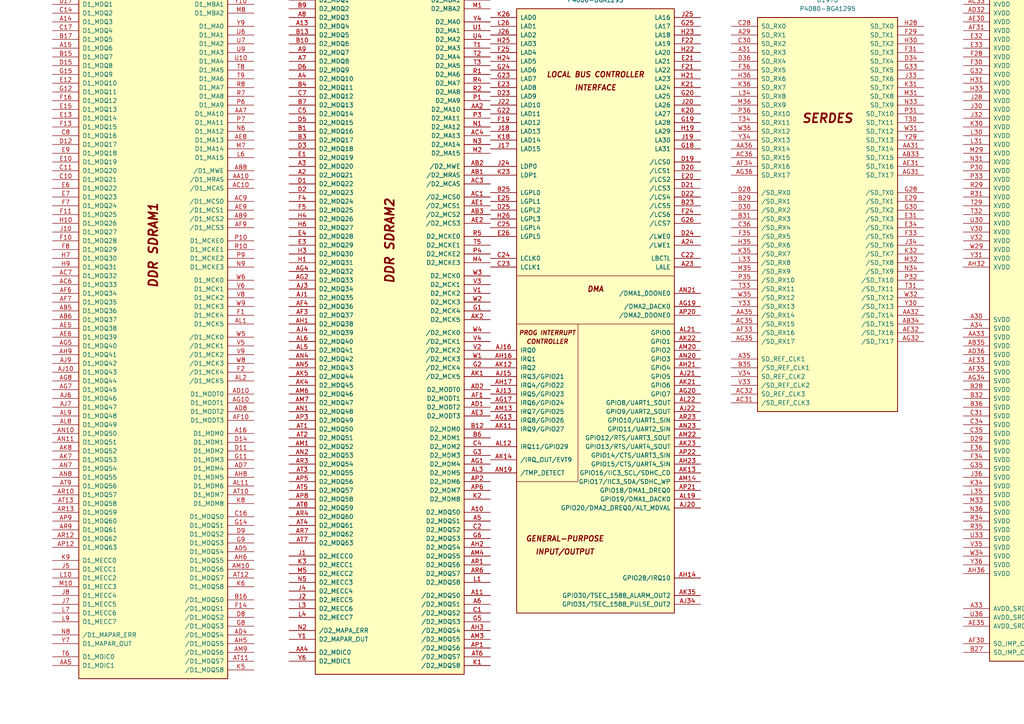
<source format=kicad_sch>
(kicad_sch (version 20250114) (generator "eeschema") (generator_version "9.0")
  (paper "A4")
  (lib_symbols
    (symbol "CPU:P4080-BGA1295" (pin_names (offset 1.016))
      (property "Reference" "U" (at 1.27 19.05 0))
      (property "Value" "P4080-BGA1295" (at 1.27 16.51 0))
      (symbol "P4080-BGA1295_1_1"
        (text "DDR SDRAM1" (at 1.27 26.67 900) (effects (font (size 2.54 2.54) (bold yes) (italic yes))))
        (pin bidirectional line (at -27.94 99.06 0) (length 7.62) (name "D1_MDQ0") (number "A17"))
        (pin bidirectional line (at -27.94 96.52 0) (length 7.62) (name "D1_MDQ1") (number "D17"))
        (pin bidirectional line (at -27.94 93.98 0) (length 7.62) (name "D1_MDQ2") (number "C14"))
        (pin bidirectional line (at -27.94 91.44 0) (length 7.62) (name "D1_MDQ3") (number "A14"))
        (pin bidirectional line (at -27.94 88.9 0) (length 7.62) (name "D1_MDQ4") (number "C17"))
        (pin bidirectional line (at -27.94 86.36 0) (length 7.62) (name "D1_MDQ5") (number "B17"))
        (pin bidirectional line (at -27.94 83.82 0) (length 7.62) (name "D1_MDQ6") (number "A15"))
        (pin bidirectional line (at -27.94 81.28 0) (length 7.62) (name "D1_MDQ7") (number "B15"))
        (pin bidirectional line (at -27.94 78.74 0) (length 7.62) (name "D1_MDQ8") (number "D15"))
        (pin bidirectional line (at -27.94 76.2 0) (length 7.62) (name "D1_MDQ9") (number "G15"))
        (pin bidirectional line (at -27.94 73.66 0) (length 7.62) (name "D1_MDQ10") (number "E12"))
        (pin bidirectional line (at -27.94 71.12 0) (length 7.62) (name "D1_MDQ11") (number "G12"))
        (pin bidirectional line (at -27.94 68.58 0) (length 7.62) (name "D1_MDQ12") (number "F16"))
        (pin bidirectional line (at -27.94 66.04 0) (length 7.62) (name "D1_MDQ13") (number "E15"))
        (pin bidirectional line (at -27.94 63.5 0) (length 7.62) (name "D1_MDQ14") (number "E13"))
        (pin bidirectional line (at -27.94 60.96 0) (length 7.62) (name "D1_MDQ15") (number "F13"))
        (pin bidirectional line (at -27.94 58.42 0) (length 7.62) (name "D1_MDQ16") (number "C8"))
        (pin bidirectional line (at -27.94 55.88 0) (length 7.62) (name "D1_MDQ17") (number "D12"))
        (pin bidirectional line (at -27.94 53.34 0) (length 7.62) (name "D1_MDQ18") (number "E9"))
        (pin bidirectional line (at -27.94 50.8 0) (length 7.62) (name "D1_MDQ19") (number "E10"))
        (pin bidirectional line (at -27.94 48.26 0) (length 7.62) (name "D1_MDQ20") (number "C11"))
        (pin bidirectional line (at -27.94 45.72 0) (length 7.62) (name "D1_MDQ21") (number "C10"))
        (pin bidirectional line (at -27.94 43.18 0) (length 7.62) (name "D1_MDQ22") (number "E6"))
        (pin bidirectional line (at -27.94 40.64 0) (length 7.62) (name "D1_MDQ23") (number "E7"))
        (pin bidirectional line (at -27.94 38.1 0) (length 7.62) (name "D1_MDQ24") (number "F7"))
        (pin bidirectional line (at -27.94 35.56 0) (length 7.62) (name "D1_MDQ25") (number "F11"))
        (pin bidirectional line (at -27.94 33.02 0) (length 7.62) (name "D1_MDQ26") (number "H10"))
        (pin bidirectional line (at -27.94 30.48 0) (length 7.62) (name "D1_MDQ27") (number "J10"))
        (pin bidirectional line (at -27.94 27.94 0) (length 7.62) (name "D1_MDQ28") (number "F10"))
        (pin bidirectional line (at -27.94 25.4 0) (length 7.62) (name "D1_MDQ29") (number "F8"))
        (pin bidirectional line (at -27.94 22.86 0) (length 7.62) (name "D1_MDQ30") (number "H7"))
        (pin bidirectional line (at -27.94 20.32 0) (length 7.62) (name "D1_MDQ31") (number "H9"))
        (pin bidirectional line (at -27.94 17.78 0) (length 7.62) (name "D1_MDQ32") (number "AC7"))
        (pin bidirectional line (at -27.94 15.24 0) (length 7.62) (name "D1_MDQ33") (number "AC6"))
        (pin bidirectional line (at -27.94 12.7 0) (length 7.62) (name "D1_MDQ34") (number "AF6"))
        (pin bidirectional line (at -27.94 10.16 0) (length 7.62) (name "D1_MDQ35") (number "AF7"))
        (pin bidirectional line (at -27.94 7.62 0) (length 7.62) (name "D1_MDQ36") (number "AB5"))
        (pin bidirectional line (at -27.94 5.08 0) (length 7.62) (name "D1_MDQ37") (number "AB6"))
        (pin bidirectional line (at -27.94 2.54 0) (length 7.62) (name "D1_MDQ38") (number "AE5"))
        (pin bidirectional line (at -27.94 0 0) (length 7.62) (name "D1_MDQ39") (number "AE6"))
        (pin bidirectional line (at -27.94 -2.54 0) (length 7.62) (name "D1_MDQ40") (number "AG5"))
        (pin bidirectional line (at -27.94 -5.08 0) (length 7.62) (name "D1_MDQ41") (number "AH9"))
        (pin bidirectional line (at -27.94 -7.62 0) (length 7.62) (name "D1_MDQ42") (number "AJ9"))
        (pin bidirectional line (at -27.94 -10.16 0) (length 7.62) (name "D1_MDQ43") (number "AJ10"))
        (pin bidirectional line (at -27.94 -12.7 0) (length 7.62) (name "D1_MDQ44") (number "AG8"))
        (pin bidirectional line (at -27.94 -15.24 0) (length 7.62) (name "D1_MDQ45") (number "AG7"))
        (pin bidirectional line (at -27.94 -17.78 0) (length 7.62) (name "D1_MDQ46") (number "AJ6"))
        (pin bidirectional line (at -27.94 -20.32 0) (length 7.62) (name "D1_MDQ47") (number "AJ7"))
        (pin bidirectional line (at -27.94 -22.86 0) (length 7.62) (name "D1_MDQ48") (number "AL9"))
        (pin bidirectional line (at -27.94 -25.4 0) (length 7.62) (name "D1_MDQ49") (number "AL8"))
        (pin bidirectional line (at -27.94 -27.94 0) (length 7.62) (name "D1_MDQ50") (number "AN10"))
        (pin bidirectional line (at -27.94 -30.48 0) (length 7.62) (name "D1_MDQ51") (number "AN11"))
        (pin bidirectional line (at -27.94 -33.02 0) (length 7.62) (name "D1_MDQ52") (number "AK8"))
        (pin bidirectional line (at -27.94 -35.56 0) (length 7.62) (name "D1_MDQ53") (number "AK7"))
        (pin bidirectional line (at -27.94 -38.1 0) (length 7.62) (name "D1_MDQ54") (number "AN7"))
        (pin bidirectional line (at -27.94 -40.64 0) (length 7.62) (name "D1_MDQ55") (number "AN8"))
        (pin bidirectional line (at -27.94 -43.18 0) (length 7.62) (name "D1_MDQ56") (number "AT9"))
        (pin bidirectional line (at -27.94 -45.72 0) (length 7.62) (name "D1_MDQ57") (number "AR10"))
        (pin bidirectional line (at -27.94 -48.26 0) (length 7.62) (name "D1_MDQ58") (number "AT13"))
        (pin bidirectional line (at -27.94 -50.8 0) (length 7.62) (name "D1_MDQ59") (number "AR13"))
        (pin bidirectional line (at -27.94 -53.34 0) (length 7.62) (name "D1_MDQ60") (number "AP9"))
        (pin bidirectional line (at -27.94 -55.88 0) (length 7.62) (name "D1_MDQ61") (number "AR9"))
        (pin bidirectional line (at -27.94 -58.42 0) (length 7.62) (name "D1_MDQ62") (number "AR12"))
        (pin bidirectional line (at -27.94 -60.96 0) (length 7.62) (name "D1_MDQ63") (number "AP12"))
        (pin bidirectional line (at -27.94 -64.77 0) (length 7.62) (name "D1_MECC0") (number "K9"))
        (pin bidirectional line (at -27.94 -67.31 0) (length 7.62) (name "D1_MECC1") (number "J5"))
        (pin bidirectional line (at -27.94 -69.85 0) (length 7.62) (name "D1_MECC2") (number "L10"))
        (pin bidirectional line (at -27.94 -72.39 0) (length 7.62) (name "D1_MECC3") (number "M10"))
        (pin bidirectional line (at -27.94 -74.93 0) (length 7.62) (name "D1_MECC4") (number "J8"))
        (pin bidirectional line (at -27.94 -77.47 0) (length 7.62) (name "D1_MECC5") (number "J7"))
        (pin bidirectional line (at -27.94 -80.01 0) (length 7.62) (name "D1_MECC6") (number "L7"))
        (pin bidirectional line (at -27.94 -82.55 0) (length 7.62) (name "D1_MECC7") (number "L9"))
        (pin input line (at -27.94 -86.36 0) (length 7.62) (name "/D1_MAPAR_ERR") (number "N8"))
        (pin output line (at -27.94 -88.9 0) (length 7.62) (name "D1_MAPAR_OUT") (number "Y7"))
        (pin bidirectional line (at -27.94 -92.71 0) (length 7.62) (name "D1_MDIC0") (number "T6"))
        (pin bidirectional line (at -27.94 -95.25 0) (length 7.62) (name "D1_MDIC1") (number "AA5"))
        (pin output line (at 30.48 99.06 180) (length 7.62) (name "D1_MBA0") (number "AA8"))
        (pin output line (at 30.48 96.52 180) (length 7.62) (name "D1_MBA1") (number "Y10"))
        (pin output line (at 30.48 93.98 180) (length 7.62) (name "D1_MBA2") (number "M8"))
        (pin output line (at 30.48 90.17 180) (length 7.62) (name "D1_MA0") (number "Y9"))
        (pin output line (at 30.48 87.63 180) (length 7.62) (name "D1_MA1") (number "U6"))
        (pin output line (at 30.48 85.09 180) (length 7.62) (name "D1_MA2") (number "U7"))
        (pin output line (at 30.48 82.55 180) (length 7.62) (name "D1_MA3") (number "U9"))
        (pin output line (at 30.48 80.01 180) (length 7.62) (name "D1_MA4") (number "U10"))
        (pin output line (at 30.48 77.47 180) (length 7.62) (name "D1_MA5") (number "T8"))
        (pin output line (at 30.48 74.93 180) (length 7.62) (name "D1_MA6") (number "T9"))
        (pin output line (at 30.48 72.39 180) (length 7.62) (name "D1_MA7") (number "R8"))
        (pin output line (at 30.48 69.85 180) (length 7.62) (name "D1_MA8") (number "R7"))
        (pin output line (at 30.48 67.31 180) (length 7.62) (name "D1_MA9") (number "P6"))
        (pin output line (at 30.48 64.77 180) (length 7.62) (name "D1_MA10") (number "AA7"))
        (pin output line (at 30.48 62.23 180) (length 7.62) (name "D1_MA11") (number "P7"))
        (pin output line (at 30.48 59.69 180) (length 7.62) (name "D1_MA12") (number "N6"))
        (pin output line (at 30.48 57.15 180) (length 7.62) (name "D1_MA13") (number "AE8"))
        (pin output line (at 30.48 54.61 180) (length 7.62) (name "D1_MA14") (number "M7"))
        (pin output line (at 30.48 52.07 180) (length 7.62) (name "D1_MA15") (number "L6"))
        (pin output line (at 30.48 48.26 180) (length 7.62) (name "/D1_MWE") (number "AB8"))
        (pin output line (at 30.48 45.72 180) (length 7.62) (name "/D1_MRAS") (number "AA10"))
        (pin output line (at 30.48 43.18 180) (length 7.62) (name "/D1_MCAS") (number "AC10"))
        (pin output line (at 30.48 39.37 180) (length 7.62) (name "/D1_MCS0") (number "AC9"))
        (pin output line (at 30.48 36.83 180) (length 7.62) (name "/D1_MCS1") (number "AE9"))
        (pin output line (at 30.48 34.29 180) (length 7.62) (name "/D1_MCS2") (number "AB9"))
        (pin output line (at 30.48 31.75 180) (length 7.62) (name "/D1_MCS3") (number "AF9"))
        (pin output line (at 30.48 27.94 180) (length 7.62) (name "D1_MCKE0") (number "P10"))
        (pin output line (at 30.48 25.4 180) (length 7.62) (name "D1_MCKE1") (number "R10"))
        (pin output line (at 30.48 22.86 180) (length 7.62) (name "D1_MCKE2") (number "P9"))
        (pin output line (at 30.48 20.32 180) (length 7.62) (name "D1_MCKE3") (number "N9"))
        (pin output line (at 30.48 16.51 180) (length 7.62) (name "D1_MCK0") (number "W6"))
        (pin output line (at 30.48 13.97 180) (length 7.62) (name "D1_MCK1") (number "V6"))
        (pin output line (at 30.48 11.43 180) (length 7.62) (name "D1_MCK2") (number "V8"))
        (pin output line (at 30.48 8.89 180) (length 7.62) (name "D1_MCK3") (number "W9"))
        (pin output line (at 30.48 6.35 180) (length 7.62) (name "D1_MCK4") (number "F1"))
        (pin output line (at 30.48 3.81 180) (length 7.62) (name "D1_MCK5") (number "AL1"))
        (pin output line (at 30.48 0 180) (length 7.62) (name "/D1_MCK0") (number "W5"))
        (pin output line (at 30.48 -2.54 180) (length 7.62) (name "/D1_MCK1") (number "V5"))
        (pin output line (at 30.48 -5.08 180) (length 7.62) (name "/D1_MCK2") (number "V9"))
        (pin output line (at 30.48 -7.62 180) (length 7.62) (name "/D1_MCK3") (number "W8"))
        (pin output line (at 30.48 -10.16 180) (length 7.62) (name "/D1_MCK4") (number "F2"))
        (pin output line (at 30.48 -12.7 180) (length 7.62) (name "/D1_MCK5") (number "AL2"))
        (pin output line (at 30.48 -16.51 180) (length 7.62) (name "D1_MODT0") (number "AD10"))
        (pin output line (at 30.48 -19.05 180) (length 7.62) (name "D1_MODT1") (number "AG10"))
        (pin output line (at 30.48 -21.59 180) (length 7.62) (name "D1_MODT2") (number "AD8"))
        (pin output line (at 30.48 -24.13 180) (length 7.62) (name "D1_MODT3") (number "AF10"))
        (pin output line (at 30.48 -27.94 180) (length 7.62) (name "D1_MDM0") (number "A16"))
        (pin output line (at 30.48 -30.48 180) (length 7.62) (name "D1_MDM1") (number "D14"))
        (pin output line (at 30.48 -33.02 180) (length 7.62) (name "D1_MDM2") (number "D11"))
        (pin output line (at 30.48 -35.56 180) (length 7.62) (name "D1_MDM3") (number "G11"))
        (pin output line (at 30.48 -38.1 180) (length 7.62) (name "D1_MDM4") (number "AD7"))
        (pin output line (at 30.48 -40.64 180) (length 7.62) (name "D1_MDM5") (number "AH8"))
        (pin output line (at 30.48 -43.18 180) (length 7.62) (name "D1_MDM6") (number "AL11"))
        (pin output line (at 30.48 -45.72 180) (length 7.62) (name "D1_MDM7") (number "AT10"))
        (pin output line (at 30.48 -48.26 180) (length 7.62) (name "D1_MDM8") (number "K8"))
        (pin bidirectional line (at 30.48 -52.07 180) (length 7.62) (name "D1_MDQS0") (number "C16"))
        (pin bidirectional line (at 30.48 -54.61 180) (length 7.62) (name "D1_MDQS1") (number "G14"))
        (pin bidirectional line (at 30.48 -57.15 180) (length 7.62) (name "D1_MDQS2") (number "D9"))
        (pin bidirectional line (at 30.48 -59.69 180) (length 7.62) (name "D1_MDQS3") (number "G9"))
        (pin bidirectional line (at 30.48 -62.23 180) (length 7.62) (name "D1_MDQS4") (number "AD5"))
        (pin bidirectional line (at 30.48 -64.77 180) (length 7.62) (name "D1_MDQS5") (number "AH6"))
        (pin bidirectional line (at 30.48 -67.31 180) (length 7.62) (name "D1_MDQS6") (number "AM10"))
        (pin bidirectional line (at 30.48 -69.85 180) (length 7.62) (name "D1_MDQS7") (number "AT12"))
        (pin bidirectional line (at 30.48 -72.39 180) (length 7.62) (name "D1_MDQS8") (number "K6"))
        (pin bidirectional line (at 30.48 -76.2 180) (length 7.62) (name "/D1_MDQS0") (number "B16"))
        (pin bidirectional line (at 30.48 -78.74 180) (length 7.62) (name "/D1_MDQS1") (number "F14"))
        (pin bidirectional line (at 30.48 -81.28 180) (length 7.62) (name "/D1_MDQS2") (number "D8"))
        (pin bidirectional line (at 30.48 -83.82 180) (length 7.62) (name "/D1_MDQS3") (number "G8"))
        (pin bidirectional line (at 30.48 -86.36 180) (length 7.62) (name "/D1_MDQS4") (number "AD4"))
        (pin bidirectional line (at 30.48 -88.9 180) (length 7.62) (name "/D1_MDQS5") (number "AH5"))
        (pin bidirectional line (at 30.48 -91.44 180) (length 7.62) (name "/D1_MDQS6") (number "AM9"))
        (pin bidirectional line (at 30.48 -93.98 180) (length 7.62) (name "/D1_MDQS7") (number "AT11"))
        (pin bidirectional line (at 30.48 -96.52 180) (length 7.62) (name "/D1_MDQS8") (number "K5"))
      )
      (symbol "P4080-BGA1295_2_1"
        (text "DDR SDRAM2" (at 1.27 26.67 900) (effects (font (size 2.54 2.54) (bold yes) (italic yes))))
        (pin bidirectional line (at -27.94 99.06 0) (length 7.62) (name "D2_MDQ0") (number "C13"))
        (pin bidirectional line (at -27.94 96.52 0) (length 7.62) (name "D2_MDQ1") (number "A12"))
        (pin bidirectional line (at -27.94 93.98 0) (length 7.62) (name "D2_MDQ2") (number "B9"))
        (pin bidirectional line (at -27.94 91.44 0) (length 7.62) (name "D2_MDQ3") (number "A8"))
        (pin bidirectional line (at -27.94 88.9 0) (length 7.62) (name "D2_MDQ4") (number "A13"))
        (pin bidirectional line (at -27.94 86.36 0) (length 7.62) (name "D2_MDQ5") (number "B13"))
        (pin bidirectional line (at -27.94 83.82 0) (length 7.62) (name "D2_MDQ6") (number "B10"))
        (pin bidirectional line (at -27.94 81.28 0) (length 7.62) (name "D2_MDQ7") (number "A9"))
        (pin bidirectional line (at -27.94 78.74 0) (length 7.62) (name "D2_MDQ8") (number "A7"))
        (pin bidirectional line (at -27.94 76.2 0) (length 7.62) (name "D2_MDQ9") (number "D6"))
        (pin bidirectional line (at -27.94 73.66 0) (length 7.62) (name "D2_MDQ10") (number "A4"))
        (pin bidirectional line (at -27.94 71.12 0) (length 7.62) (name "D2_MDQ11") (number "B4"))
        (pin bidirectional line (at -27.94 68.58 0) (length 7.62) (name "D2_MDQ12") (number "C7"))
        (pin bidirectional line (at -27.94 66.04 0) (length 7.62) (name "D2_MDQ13") (number "B7"))
        (pin bidirectional line (at -27.94 63.5 0) (length 7.62) (name "D2_MDQ14") (number "C5"))
        (pin bidirectional line (at -27.94 60.96 0) (length 7.62) (name "D2_MDQ15") (number "D5"))
        (pin bidirectional line (at -27.94 58.42 0) (length 7.62) (name "D2_MDQ16") (number "B1"))
        (pin bidirectional line (at -27.94 55.88 0) (length 7.62) (name "D2_MDQ17") (number "B3"))
        (pin bidirectional line (at -27.94 53.34 0) (length 7.62) (name "D2_MDQ18") (number "D3"))
        (pin bidirectional line (at -27.94 50.8 0) (length 7.62) (name "D2_MDQ19") (number "E1"))
        (pin bidirectional line (at -27.94 48.26 0) (length 7.62) (name "D2_MDQ20") (number "A3"))
        (pin bidirectional line (at -27.94 45.72 0) (length 7.62) (name "D2_MDQ21") (number "A2"))
        (pin bidirectional line (at -27.94 43.18 0) (length 7.62) (name "D2_MDQ22") (number "D1"))
        (pin bidirectional line (at -27.94 40.64 0) (length 7.62) (name "D2_MDQ23") (number "D2"))
        (pin bidirectional line (at -27.94 38.1 0) (length 7.62) (name "D2_MDQ24") (number "F4"))
        (pin bidirectional line (at -27.94 35.56 0) (length 7.62) (name "D2_MDQ25") (number "F5"))
        (pin bidirectional line (at -27.94 33.02 0) (length 7.62) (name "D2_MDQ26") (number "H4"))
        (pin bidirectional line (at -27.94 30.48 0) (length 7.62) (name "D2_MDQ27") (number "H6"))
        (pin bidirectional line (at -27.94 27.94 0) (length 7.62) (name "D2_MDQ28") (number "E4"))
        (pin bidirectional line (at -27.94 25.4 0) (length 7.62) (name "D2_MDQ29") (number "E3"))
        (pin bidirectional line (at -27.94 22.86 0) (length 7.62) (name "D2_MDQ30") (number "H3"))
        (pin bidirectional line (at -27.94 20.32 0) (length 7.62) (name "D2_MDQ31") (number "H1"))
        (pin bidirectional line (at -27.94 17.78 0) (length 7.62) (name "D2_MDQ32") (number "AG4"))
        (pin bidirectional line (at -27.94 15.24 0) (length 7.62) (name "D2_MDQ33") (number "AG2"))
        (pin bidirectional line (at -27.94 12.7 0) (length 7.62) (name "D2_MDQ34") (number "AJ3"))
        (pin bidirectional line (at -27.94 10.16 0) (length 7.62) (name "D2_MDQ35") (number "AJ1"))
        (pin bidirectional line (at -27.94 7.62 0) (length 7.62) (name "D2_MDQ36") (number "AF4"))
        (pin bidirectional line (at -27.94 5.08 0) (length 7.62) (name "D2_MDQ37") (number "AF3"))
        (pin bidirectional line (at -27.94 2.54 0) (length 7.62) (name "D2_MDQ38") (number "AH1"))
        (pin bidirectional line (at -27.94 0 0) (length 7.62) (name "D2_MDQ39") (number "AJ4"))
        (pin bidirectional line (at -27.94 -2.54 0) (length 7.62) (name "D2_MDQ40") (number "AL6"))
        (pin bidirectional line (at -27.94 -5.08 0) (length 7.62) (name "D2_MDQ41") (number "AL5"))
        (pin bidirectional line (at -27.94 -7.62 0) (length 7.62) (name "D2_MDQ42") (number "AN4"))
        (pin bidirectional line (at -27.94 -10.16 0) (length 7.62) (name "D2_MDQ43") (number "AN5"))
        (pin bidirectional line (at -27.94 -12.7 0) (length 7.62) (name "D2_MDQ44") (number "AK5"))
        (pin bidirectional line (at -27.94 -15.24 0) (length 7.62) (name "D2_MDQ45") (number "AK4"))
        (pin bidirectional line (at -27.94 -17.78 0) (length 7.62) (name "D2_MDQ46") (number "AM6"))
        (pin bidirectional line (at -27.94 -20.32 0) (length 7.62) (name "D2_MDQ47") (number "AM7"))
        (pin bidirectional line (at -27.94 -22.86 0) (length 7.62) (name "D2_MDQ48") (number "AN1"))
        (pin bidirectional line (at -27.94 -25.4 0) (length 7.62) (name "D2_MDQ49") (number "AP3"))
        (pin bidirectional line (at -27.94 -27.94 0) (length 7.62) (name "D2_MDQ50") (number "AT1"))
        (pin bidirectional line (at -27.94 -30.48 0) (length 7.62) (name "D2_MDQ51") (number "AT2"))
        (pin bidirectional line (at -27.94 -33.02 0) (length 7.62) (name "D2_MDQ52") (number "AM1"))
        (pin bidirectional line (at -27.94 -35.56 0) (length 7.62) (name "D2_MDQ53") (number "AN2"))
        (pin bidirectional line (at -27.94 -38.1 0) (length 7.62) (name "D2_MDQ54") (number "AR3"))
        (pin bidirectional line (at -27.94 -40.64 0) (length 7.62) (name "D2_MDQ55") (number "AT3"))
        (pin bidirectional line (at -27.94 -43.18 0) (length 7.62) (name "D2_MDQ56") (number "AP5"))
        (pin bidirectional line (at -27.94 -45.72 0) (length 7.62) (name "D2_MDQ57") (number "AT5"))
        (pin bidirectional line (at -27.94 -48.26 0) (length 7.62) (name "D2_MDQ58") (number "AP8"))
        (pin bidirectional line (at -27.94 -50.8 0) (length 7.62) (name "D2_MDQ59") (number "AT8"))
        (pin bidirectional line (at -27.94 -53.34 0) (length 7.62) (name "D2_MDQ60") (number "AR4"))
        (pin bidirectional line (at -27.94 -55.88 0) (length 7.62) (name "D2_MDQ61") (number "AT4"))
        (pin bidirectional line (at -27.94 -58.42 0) (length 7.62) (name "D2_MDQ62") (number "AR7"))
        (pin bidirectional line (at -27.94 -60.96 0) (length 7.62) (name "D2_MDQ63") (number "AT7"))
        (pin bidirectional line (at -27.94 -64.77 0) (length 7.62) (name "D2_MECC0") (number "J1"))
        (pin bidirectional line (at -27.94 -67.31 0) (length 7.62) (name "D2_MECC1") (number "K3"))
        (pin bidirectional line (at -27.94 -69.85 0) (length 7.62) (name "D2_MECC2") (number "M5"))
        (pin bidirectional line (at -27.94 -72.39 0) (length 7.62) (name "D2_MECC3") (number "N5"))
        (pin bidirectional line (at -27.94 -74.93 0) (length 7.62) (name "D2_MECC4") (number "J4"))
        (pin bidirectional line (at -27.94 -77.47 0) (length 7.62) (name "D2_MECC5") (number "J2"))
        (pin bidirectional line (at -27.94 -80.01 0) (length 7.62) (name "D2_MECC6") (number "L3"))
        (pin bidirectional line (at -27.94 -82.55 0) (length 7.62) (name "D2_MECC7") (number "L4"))
        (pin input line (at -27.94 -86.36 0) (length 7.62) (name "/D2_MAPA_ERR") (number "N2"))
        (pin output line (at -27.94 -88.9 0) (length 7.62) (name "D2_MAPAR_OUT") (number "Y1"))
        (pin bidirectional line (at -27.94 -92.71 0) (length 7.62) (name "D2_MDIC0") (number "AA4"))
        (pin bidirectional line (at -27.94 -95.25 0) (length 7.62) (name "D2_MDIC1") (number "Y6"))
        (pin output line (at 30.48 99.06 180) (length 7.62) (name "D2_MBA0") (number "AA3"))
        (pin output line (at 30.48 96.52 180) (length 7.62) (name "D2_MBA1") (number "AA1"))
        (pin output line (at 30.48 93.98 180) (length 7.62) (name "D2_MBA2") (number "M1"))
        (pin output line (at 30.48 90.17 180) (length 7.62) (name "D2_MA0") (number "Y4"))
        (pin output line (at 30.48 87.63 180) (length 7.62) (name "D2_MA1") (number "U1"))
        (pin output line (at 30.48 85.09 180) (length 7.62) (name "D2_MA2") (number "U4"))
        (pin output line (at 30.48 82.55 180) (length 7.62) (name "D2_MA3") (number "T1"))
        (pin output line (at 30.48 80.01 180) (length 7.62) (name "D2_MA4") (number "T2"))
        (pin output line (at 30.48 77.47 180) (length 7.62) (name "D2_MA5") (number "T3"))
        (pin output line (at 30.48 74.93 180) (length 7.62) (name "D2_MA6") (number "R1"))
        (pin output line (at 30.48 72.39 180) (length 7.62) (name "D2_MA7") (number "R4"))
        (pin output line (at 30.48 69.85 180) (length 7.62) (name "D2_MA8") (number "R2"))
        (pin output line (at 30.48 67.31 180) (length 7.62) (name "D2_MA9") (number "P1"))
        (pin output line (at 30.48 64.77 180) (length 7.62) (name "D2_MA10") (number "AA2"))
        (pin output line (at 30.48 62.23 180) (length 7.62) (name "D2_MA11") (number "P3"))
        (pin output line (at 30.48 59.69 180) (length 7.62) (name "D2_MA12") (number "N1"))
        (pin output line (at 30.48 57.15 180) (length 7.62) (name "D2_MA13") (number "AC4"))
        (pin output line (at 30.48 54.61 180) (length 7.62) (name "D2_MA14") (number "N3"))
        (pin output line (at 30.48 52.07 180) (length 7.62) (name "D2_MA15") (number "M2"))
        (pin output line (at 30.48 48.26 180) (length 7.62) (name "/D2_MWE") (number "AB2"))
        (pin output line (at 30.48 45.72 180) (length 7.62) (name "/D2_MRAS") (number "AB1"))
        (pin output line (at 30.48 43.18 180) (length 7.62) (name "/D2_MCAS") (number "AC3"))
        (pin output line (at 30.48 39.37 180) (length 7.62) (name "/D2_MCS0") (number "AC1"))
        (pin output line (at 30.48 36.83 180) (length 7.62) (name "/D2_MCS1") (number "AE1"))
        (pin output line (at 30.48 34.29 180) (length 7.62) (name "/D2_MCS2") (number "AB3"))
        (pin output line (at 30.48 31.75 180) (length 7.62) (name "/D2_MCS3") (number "AE2"))
        (pin output line (at 30.48 27.94 180) (length 7.62) (name "D2_MCKE0") (number "R5"))
        (pin output line (at 30.48 25.4 180) (length 7.62) (name "D2_MCKE1") (number "T5"))
        (pin output line (at 30.48 22.86 180) (length 7.62) (name "D2_MCKE2") (number "P4"))
        (pin output line (at 30.48 20.32 180) (length 7.62) (name "D2_MCKE3") (number "M4"))
        (pin output line (at 30.48 16.51 180) (length 7.62) (name "D2_MCK0") (number "W3"))
        (pin output line (at 30.48 13.97 180) (length 7.62) (name "D2_MCK1") (number "V3"))
        (pin output line (at 30.48 11.43 180) (length 7.62) (name "D2_MCK2") (number "V1"))
        (pin output line (at 30.48 8.89 180) (length 7.62) (name "D2_MCK3") (number "W2"))
        (pin output line (at 30.48 6.35 180) (length 7.62) (name "D2_MCK4") (number "G1"))
        (pin output line (at 30.48 3.81 180) (length 7.62) (name "D2_MCK5") (number "AK2"))
        (pin output line (at 30.48 0 180) (length 7.62) (name "/D2_MCK0") (number "W4"))
        (pin output line (at 30.48 -2.54 180) (length 7.62) (name "/D2_MCK1") (number "V4"))
        (pin output line (at 30.48 -5.08 180) (length 7.62) (name "/D2_MCK2") (number "V2"))
        (pin output line (at 30.48 -7.62 180) (length 7.62) (name "/D2_MCK3") (number "W1"))
        (pin output line (at 30.48 -10.16 180) (length 7.62) (name "/D2_MCK4") (number "G2"))
        (pin output line (at 30.48 -12.7 180) (length 7.62) (name "/D2_MCK5") (number "AK1"))
        (pin output line (at 30.48 -16.51 180) (length 7.62) (name "D2_MODT0") (number "AD2"))
        (pin output line (at 30.48 -19.05 180) (length 7.62) (name "D2_MODT1") (number "AF1"))
        (pin output line (at 30.48 -21.59 180) (length 7.62) (name "D2_MODT2") (number "AD1"))
        (pin output line (at 30.48 -24.13 180) (length 7.62) (name "D2_MODT3") (number "AE3"))
        (pin output line (at 30.48 -27.94 180) (length 7.62) (name "D2_MDM0") (number "B12"))
        (pin output line (at 30.48 -30.48 180) (length 7.62) (name "D2_MDM1") (number "B6"))
        (pin output line (at 30.48 -33.02 180) (length 7.62) (name "D2_MDM2") (number "C4"))
        (pin output line (at 30.48 -35.56 180) (length 7.62) (name "D2_MDM3") (number "G3"))
        (pin output line (at 30.48 -38.1 180) (length 7.62) (name "D2_MDM4") (number "AG1"))
        (pin output line (at 30.48 -40.64 180) (length 7.62) (name "D2_MDM5") (number "AL3"))
        (pin output line (at 30.48 -43.18 180) (length 7.62) (name "D2_MDM6") (number "AP2"))
        (pin output line (at 30.48 -45.72 180) (length 7.62) (name "D2_MDM7") (number "AP6"))
        (pin output line (at 30.48 -48.26 180) (length 7.62) (name "D2_MDM8") (number "K2"))
        (pin bidirectional line (at 30.48 -52.07 180) (length 7.62) (name "D2_MDQS0") (number "A10"))
        (pin bidirectional line (at 30.48 -54.61 180) (length 7.62) (name "D2_MDQS1") (number "A5"))
        (pin bidirectional line (at 30.48 -57.15 180) (length 7.62) (name "D2_MDQS2") (number "C2"))
        (pin bidirectional line (at 30.48 -59.69 180) (length 7.62) (name "D2_MDQS3") (number "G6"))
        (pin bidirectional line (at 30.48 -62.23 180) (length 7.62) (name "D2_MDQS4") (number "AH2"))
        (pin bidirectional line (at 30.48 -64.77 180) (length 7.62) (name "D2_MDQS5") (number "AM4"))
        (pin bidirectional line (at 30.48 -67.31 180) (length 7.62) (name "D2_MDQS6") (number "AR1"))
        (pin bidirectional line (at 30.48 -69.85 180) (length 7.62) (name "D2_MDQS7") (number "AR6"))
        (pin bidirectional line (at 30.48 -72.39 180) (length 7.62) (name "D2_MDQS8") (number "L1"))
        (pin bidirectional line (at 30.48 -76.2 180) (length 7.62) (name "/D2_MDQS0") (number "A11"))
        (pin bidirectional line (at 30.48 -78.74 180) (length 7.62) (name "/D2_MDQS1") (number "A6"))
        (pin bidirectional line (at 30.48 -81.28 180) (length 7.62) (name "/D2_MDQS2") (number "C1"))
        (pin bidirectional line (at 30.48 -83.82 180) (length 7.62) (name "/D2_MDQS3") (number "G5"))
        (pin bidirectional line (at 30.48 -86.36 180) (length 7.62) (name "/D2_MDQS4") (number "AH3"))
        (pin bidirectional line (at 30.48 -88.9 180) (length 7.62) (name "/D2_MDQS5") (number "AM3"))
        (pin bidirectional line (at 30.48 -91.44 180) (length 7.62) (name "/D2_MDQS6") (number "AP1"))
        (pin bidirectional line (at 30.48 -93.98 180) (length 7.62) (name "/D2_MDQS7") (number "AT6"))
        (pin bidirectional line (at 30.48 -96.52 180) (length 7.62) (name "/D2_MDQS8") (number "K1"))
      )
      (symbol "P4080-BGA1295_3_1"
        (text "PROG INTERRUPT" (at -13.97 -5.08 0) (effects (font (size 1.27 1.27) (bold yes) (italic yes))))
        (text "CONTROLLER" (at -13.97 -7.62 0) (effects (font (size 1.27 1.27) (bold yes) (italic yes))))
        (text "GENERAL-PURPOSE" (at -8.89 -64.77 0) (effects (font (size 1.524 1.524) (bold yes) (italic yes))))
        (text "INPUT/OUTPUT" (at -8.89 -68.58 0) (effects (font (size 1.524 1.524) (bold yes) (italic yes))))
        (text "LOCAL BUS CONTROLLER" (at 0 69.85 0) (effects (font (size 1.524 1.524) (bold yes) (italic yes))))
        (text "INTERFACE" (at 0 66.04 0) (effects (font (size 1.524 1.524) (bold yes) (italic yes))))
        (text "DMA" (at 0 7.62 0) (effects (font (size 1.524 1.524) (bold yes) (italic yes))))
        (pin bidirectional line (at -30.48 86.36 0) (length 7.62) (name "LAD0") (number "K26"))
        (pin bidirectional line (at -30.48 83.82 0) (length 7.62) (name "LAD1") (number "L26"))
        (pin bidirectional line (at -30.48 81.28 0) (length 7.62) (name "LAD2") (number "J26"))
        (pin bidirectional line (at -30.48 78.74 0) (length 7.62) (name "LAD3") (number "H25"))
        (pin bidirectional line (at -30.48 76.2 0) (length 7.62) (name "LAD4") (number "F25"))
        (pin bidirectional line (at -30.48 73.66 0) (length 7.62) (name "LAD5") (number "H24"))
        (pin bidirectional line (at -30.48 71.12 0) (length 7.62) (name "LAD6") (number "G24"))
        (pin bidirectional line (at -30.48 68.58 0) (length 7.62) (name "LAD7") (number "G23"))
        (pin bidirectional line (at -30.48 66.04 0) (length 7.62) (name "LAD8") (number "E23"))
        (pin bidirectional line (at -30.48 63.5 0) (length 7.62) (name "LAD9") (number "D23"))
        (pin bidirectional line (at -30.48 60.96 0) (length 7.62) (name "LAD10") (number "J22"))
        (pin bidirectional line (at -30.48 58.42 0) (length 7.62) (name "LAD11") (number "G22"))
        (pin bidirectional line (at -30.48 55.88 0) (length 7.62) (name "LAD12") (number "F19"))
        (pin bidirectional line (at -30.48 53.34 0) (length 7.62) (name "LAD13") (number "J18"))
        (pin bidirectional line (at -30.48 50.8 0) (length 7.62) (name "LAD14") (number "K18"))
        (pin bidirectional line (at -30.48 48.26 0) (length 7.62) (name "LAD15") (number "J17"))
        (pin bidirectional line (at -30.48 43.18 0) (length 7.62) (name "LDP0") (number "J24"))
        (pin bidirectional line (at -30.48 40.64 0) (length 7.62) (name "LDP1") (number "K23"))
        (pin output line (at -30.48 35.56 0) (length 7.62) (name "LGPL0") (number "B25"))
        (pin output line (at -30.48 33.02 0) (length 7.62) (name "LGPL1") (number "E25"))
        (pin output line (at -30.48 30.48 0) (length 7.62) (name "LGPL2") (number "D25"))
        (pin output line (at -30.48 27.94 0) (length 7.62) (name "LGPL3") (number "H26"))
        (pin bidirectional line (at -30.48 25.4 0) (length 7.62) (name "LGPL4") (number "C25"))
        (pin output line (at -30.48 22.86 0) (length 7.62) (name "LGPL5") (number "E26"))
        (pin output line (at -30.48 16.51 0) (length 7.62) (name "LCLK0") (number "C24"))
        (pin output line (at -30.48 13.97 0) (length 7.62) (name "LCLK1") (number "C23"))
        (pin input line (at -30.48 -10.16 0) (length 7.62) (name "IRQ0") (number "AJ16"))
        (pin input line (at -30.48 -12.7 0) (length 7.62) (name "IRQ1") (number "AH16"))
        (pin input line (at -30.48 -15.24 0) (length 7.62) (name "IRQ2") (number "AK12"))
        (pin input line (at -30.48 -17.78 0) (length 7.62) (name "IRQ3/GPIO21") (number "AJ15"))
        (pin input line (at -30.48 -20.32 0) (length 7.62) (name "IRQ4/GPIO22") (number "AH17"))
        (pin input line (at -30.48 -22.86 0) (length 7.62) (name "IRQ5/GPIO23") (number "AJ13"))
        (pin input line (at -30.48 -25.4 0) (length 7.62) (name "IRQ6/GPIO24") (number "AG17"))
        (pin input line (at -30.48 -27.94 0) (length 7.62) (name "IRQ7/GPIO25") (number "AM13"))
        (pin input line (at -30.48 -30.48 0) (length 7.62) (name "IRQ8/GPIO26") (number "AG13"))
        (pin input line (at -30.48 -33.02 0) (length 7.62) (name "IRQ9/GPIO27") (number "AK11"))
        (pin input line (at -30.48 -38.1 0) (length 7.62) (name "IRQ11/GPIO29") (number "AL12"))
        (pin output line (at -30.48 -41.91 0) (length 7.62) (name "/IRQ_OUT/EVT9") (number "AK14"))
        (pin input line (at -30.48 -45.72 0) (length 7.62) (name "/TMP_DETECT") (number "AN19"))
        (pin output line (at 30.48 86.36 180) (length 7.62) (name "LA16") (number "J25"))
        (pin output line (at 30.48 83.82 180) (length 7.62) (name "LA17") (number "G25"))
        (pin output line (at 30.48 81.28 180) (length 7.62) (name "LA18") (number "H23"))
        (pin output line (at 30.48 78.74 180) (length 7.62) (name "LA19") (number "F22"))
        (pin output line (at 30.48 76.2 180) (length 7.62) (name "LA20") (number "H22"))
        (pin output line (at 30.48 73.66 180) (length 7.62) (name "LA21") (number "E21"))
        (pin output line (at 30.48 71.12 180) (length 7.62) (name "LA22") (number "F21"))
        (pin output line (at 30.48 68.58 180) (length 7.62) (name "LA23") (number "H21"))
        (pin output line (at 30.48 66.04 180) (length 7.62) (name "LA24") (number "K21"))
        (pin output line (at 30.48 63.5 180) (length 7.62) (name "LA25") (number "G20"))
        (pin output line (at 30.48 60.96 180) (length 7.62) (name "LA26") (number "J20"))
        (pin output line (at 30.48 58.42 180) (length 7.62) (name "LA27") (number "K20"))
        (pin output line (at 30.48 55.88 180) (length 7.62) (name "LA28") (number "G19"))
        (pin output line (at 30.48 53.34 180) (length 7.62) (name "LA29") (number "H19"))
        (pin output line (at 30.48 50.8 180) (length 7.62) (name "LA30") (number "J19"))
        (pin output line (at 30.48 48.26 180) (length 7.62) (name "LA31") (number "G18"))
        (pin output line (at 30.48 44.45 180) (length 7.62) (name "/LCS0") (number "D19"))
        (pin output line (at 30.48 41.91 180) (length 7.62) (name "/LCS1") (number "D20"))
        (pin output line (at 30.48 39.37 180) (length 7.62) (name "/LCS2") (number "E20"))
        (pin output line (at 30.48 36.83 180) (length 7.62) (name "/LCS3") (number "D21"))
        (pin output line (at 30.48 34.29 180) (length 7.62) (name "/LCS4") (number "D22"))
        (pin output line (at 30.48 31.75 180) (length 7.62) (name "/LCS5") (number "B23"))
        (pin output line (at 30.48 29.21 180) (length 7.62) (name "/LCS6") (number "F24"))
        (pin output line (at 30.48 26.67 180) (length 7.62) (name "/LCS7") (number "G26"))
        (pin output line (at 30.48 22.86 180) (length 7.62) (name "/LWE0") (number "D24"))
        (pin output line (at 30.48 20.32 180) (length 7.62) (name "/LWE1") (number "A24"))
        (pin output line (at 30.48 16.51 180) (length 7.62) (name "LBCTL") (number "C22"))
        (pin bidirectional line (at 30.48 13.97 180) (length 7.62) (name "LALE") (number "A23"))
        (pin output line (at 30.48 6.35 180) (length 7.62) (name "/DMA1_DDONE0") (number "AN21"))
        (pin output line (at 30.48 2.54 180) (length 7.62) (name "/DMA2_DACK0") (number "AG19"))
        (pin output line (at 30.48 0 180) (length 7.62) (name "/DMA2_DDONE0") (number "AP20"))
        (pin bidirectional line (at 30.48 -5.08 180) (length 7.62) (name "GPIO0") (number "AL21"))
        (pin bidirectional line (at 30.48 -7.62 180) (length 7.62) (name "GPIO1") (number "AK22"))
        (pin bidirectional line (at 30.48 -10.16 180) (length 7.62) (name "GPIO2") (number "AM20"))
        (pin bidirectional line (at 30.48 -12.7 180) (length 7.62) (name "GPIO3") (number "AN20"))
        (pin bidirectional line (at 30.48 -15.24 180) (length 7.62) (name "GPIO4") (number "AH21"))
        (pin bidirectional line (at 30.48 -17.78 180) (length 7.62) (name "GPIO5") (number "AJ21"))
        (pin bidirectional line (at 30.48 -20.32 180) (length 7.62) (name "GPIO6") (number "AK21"))
        (pin bidirectional line (at 30.48 -22.86 180) (length 7.62) (name "GPIO7") (number "AG20"))
        (pin bidirectional line (at 30.48 -25.4 180) (length 7.62) (name "GPIO8/UART1_SOUT") (number "AL22"))
        (pin bidirectional line (at 30.48 -27.94 180) (length 7.62) (name "GPIO9/UART2_SOUT") (number "AJ22"))
        (pin bidirectional line (at 30.48 -30.48 180) (length 7.62) (name "GPIO10/UART1_SIN") (number "AR23"))
        (pin bidirectional line (at 30.48 -33.02 180) (length 7.62) (name "GPIO11/UART2_SIN") (number "AN23"))
        (pin bidirectional line (at 30.48 -35.56 180) (length 7.62) (name "GPIO12/RTS/UART3_SOUT") (number "AM22"))
        (pin bidirectional line (at 30.48 -38.1 180) (length 7.62) (name "GPIO13/RTS/UART4_SOUT") (number "AK23"))
        (pin bidirectional line (at 30.48 -40.64 180) (length 7.62) (name "GPIO14/CTS/UART3_SIN") (number "AP22"))
        (pin bidirectional line (at 30.48 -43.18 180) (length 7.62) (name "GPIO15/CTS/UART4_SIN") (number "AH23"))
        (pin bidirectional line (at 30.48 -45.72 180) (length 7.62) (name "GPIO16/IIC3_SCL/SDHC_CD") (number "AK13"))
        (pin bidirectional line (at 30.48 -48.26 180) (length 7.62) (name "GPIO17/IIC3_SDA/SDHC_WP") (number "AM14"))
        (pin bidirectional line (at 30.48 -50.8 180) (length 7.62) (name "GPIO18/DMA1_DREQ0") (number "AP21"))
        (pin bidirectional line (at 30.48 -53.34 180) (length 7.62) (name "GPIO19/DMA1_DACK0") (number "AL19"))
        (pin bidirectional line (at 30.48 -55.88 180) (length 7.62) (name "GPIO20/DMA2_DREQ0/ALT_MDVAL") (number "AJ20"))
        (pin bidirectional line (at 30.48 -76.2 180) (length 7.62) (name "GPIO28/IRQ10") (number "AH14"))
        (pin bidirectional line (at 30.48 -81.28 180) (length 7.62) (name "GPIO30/TSEC_1588_ALARM_OUT2") (number "AK35"))
        (pin bidirectional line (at 30.48 -83.82 180) (length 7.62) (name "GPIO31/TSEC_1588_PULSE_OUT2") (number "AJ34"))
      )
      (symbol "P4080-BGA1295_4_1"
        (text "SERDES" (at 0 29.21 0) (effects (font (size 2.54 2.54) (bold yes) (italic yes))))
        (pin input line (at -27.94 55.88 0) (length 7.62) (name "SD_RX0") (number "C28"))
        (pin input line (at -27.94 53.34 0) (length 7.62) (name "SD_RX1") (number "A29"))
        (pin input line (at -27.94 50.8 0) (length 7.62) (name "SD_RX2") (number "C30"))
        (pin input line (at -27.94 48.26 0) (length 7.62) (name "SD_RX3") (number "A31"))
        (pin input line (at -27.94 45.72 0) (length 7.62) (name "SD_RX4") (number "D36"))
        (pin input line (at -27.94 43.18 0) (length 7.62) (name "SD_RX5") (number "F36"))
        (pin input line (at -27.94 40.64 0) (length 7.62) (name "SD_RX6") (number "H36"))
        (pin input line (at -27.94 38.1 0) (length 7.62) (name "SD_RX7") (number "K36"))
        (pin input line (at -27.94 35.56 0) (length 7.62) (name "SD_RX8") (number "L34"))
        (pin input line (at -27.94 33.02 0) (length 7.62) (name "SD_RX9") (number "M36"))
        (pin input line (at -27.94 30.48 0) (length 7.62) (name "SD_RX10") (number "P36"))
        (pin input line (at -27.94 27.94 0) (length 7.62) (name "SD_RX11") (number "T34"))
        (pin input line (at -27.94 25.4 0) (length 7.62) (name "SD_RX12") (number "W36"))
        (pin input line (at -27.94 22.86 0) (length 7.62) (name "SD_RX13") (number "Y34"))
        (pin input line (at -27.94 20.32 0) (length 7.62) (name "SD_RX14") (number "AA36"))
        (pin input line (at -27.94 17.78 0) (length 7.62) (name "SD_RX15") (number "AC36"))
        (pin input line (at -27.94 15.24 0) (length 7.62) (name "SD_RX16") (number "AF34"))
        (pin input line (at -27.94 12.7 0) (length 7.62) (name "SD_RX17") (number "AG36"))
        (pin input line (at -27.94 7.62 0) (length 7.62) (name "/SD_RX0") (number "D28"))
        (pin input line (at -27.94 5.08 0) (length 7.62) (name "/SD_RX1") (number "B29"))
        (pin input line (at -27.94 2.54 0) (length 7.62) (name "/SD_RX2") (number "D30"))
        (pin input line (at -27.94 0 0) (length 7.62) (name "/SD_RX3") (number "B31"))
        (pin input line (at -27.94 -2.54 0) (length 7.62) (name "/SD_RX4") (number "C36"))
        (pin input line (at -27.94 -5.08 0) (length 7.62) (name "/SD_RX5") (number "F35"))
        (pin input line (at -27.94 -7.62 0) (length 7.62) (name "/SD_RX6") (number "H35"))
        (pin input line (at -27.94 -10.16 0) (length 7.62) (name "/SD_RX7") (number "K35"))
        (pin input line (at -27.94 -12.7 0) (length 7.62) (name "/SD_RX8") (number "L33"))
        (pin input line (at -27.94 -15.24 0) (length 7.62) (name "/SD_RX9") (number "M35"))
        (pin input line (at -27.94 -17.78 0) (length 7.62) (name "/SD_RX10") (number "P35"))
        (pin input line (at -27.94 -20.32 0) (length 7.62) (name "/SD_RX11") (number "T33"))
        (pin input line (at -27.94 -22.86 0) (length 7.62) (name "/SD_RX12") (number "W35"))
        (pin input line (at -27.94 -25.4 0) (length 7.62) (name "/SD_RX13") (number "Y33"))
        (pin input line (at -27.94 -27.94 0) (length 7.62) (name "/SD_RX14") (number "AA35"))
        (pin input line (at -27.94 -30.48 0) (length 7.62) (name "/SD_RX15") (number "AC35"))
        (pin input line (at -27.94 -33.02 0) (length 7.62) (name "/SD_RX16") (number "AF33"))
        (pin input line (at -27.94 -35.56 0) (length 7.62) (name "/SD_RX17") (number "AG35"))
        (pin input line (at -27.94 -40.64 0) (length 7.62) (name "SD_REF_CLK1") (number "A35"))
        (pin input line (at -27.94 -43.18 0) (length 7.62) (name "/SD_REF_CLK1") (number "B35"))
        (pin input line (at -27.94 -45.72 0) (length 7.62) (name "SD_REF_CLK2") (number "V34"))
        (pin input line (at -27.94 -48.26 0) (length 7.62) (name "/SD_REF_CLK2") (number "V33"))
        (pin input line (at -27.94 -50.8 0) (length 7.62) (name "SD_REF_CLK3") (number "AC32"))
        (pin input line (at -27.94 -53.34 0) (length 7.62) (name "/SD_REF_CLK3") (number "AC31"))
        (pin output line (at 27.94 55.88 180) (length 7.62) (name "SD_TX0") (number "H28"))
        (pin output line (at 27.94 53.34 180) (length 7.62) (name "SD_TX1") (number "F29"))
        (pin output line (at 27.94 50.8 180) (length 7.62) (name "SD_TX2") (number "H30"))
        (pin output line (at 27.94 48.26 180) (length 7.62) (name "SD_TX3") (number "F31"))
        (pin output line (at 27.94 45.72 180) (length 7.62) (name "SD_TX4") (number "D34"))
        (pin output line (at 27.94 43.18 180) (length 7.62) (name "SD_TX5") (number "G33"))
        (pin output line (at 27.94 40.64 180) (length 7.62) (name "SD_TX6") (number "J33"))
        (pin output line (at 27.94 38.1 180) (length 7.62) (name "SD_TX7") (number "K31"))
        (pin output line (at 27.94 35.56 180) (length 7.62) (name "SD_TX8") (number "M31"))
        (pin output line (at 27.94 33.02 180) (length 7.62) (name "SD_TX9") (number "N33"))
        (pin output line (at 27.94 30.48 180) (length 7.62) (name "SD_TX10") (number "P31"))
        (pin output line (at 27.94 27.94 180) (length 7.62) (name "SD_TX11") (number "T30"))
        (pin output line (at 27.94 25.4 180) (length 7.62) (name "SD_TX12") (number "W31"))
        (pin output line (at 27.94 22.86 180) (length 7.62) (name "SD_TX13") (number "Y29"))
        (pin output line (at 27.94 20.32 180) (length 7.62) (name "SD_TX14") (number "AA31"))
        (pin output line (at 27.94 17.78 180) (length 7.62) (name "SD_TX15") (number "AB33"))
        (pin output line (at 27.94 15.24 180) (length 7.62) (name "SD_TX16") (number "AE31"))
        (pin output line (at 27.94 12.7 180) (length 7.62) (name "SD_TX17") (number "AG31"))
        (pin output line (at 27.94 7.62 180) (length 7.62) (name "/SD_TX0") (number "G28"))
        (pin output line (at 27.94 5.08 180) (length 7.62) (name "/SD_TX1") (number "E29"))
        (pin output line (at 27.94 2.54 180) (length 7.62) (name "/SD_TX2") (number "G30"))
        (pin output line (at 27.94 0 180) (length 7.62) (name "/SD_TX3") (number "E31"))
        (pin output line (at 27.94 -2.54 180) (length 7.62) (name "/SD_TX4") (number "E34"))
        (pin output line (at 27.94 -5.08 180) (length 7.62) (name "/SD_TX5") (number "F33"))
        (pin output line (at 27.94 -7.62 180) (length 7.62) (name "/SD_TX6") (number "J34"))
        (pin output line (at 27.94 -10.16 180) (length 7.62) (name "/SD_TX7") (number "K32"))
        (pin output line (at 27.94 -12.7 180) (length 7.62) (name "/SD_TX8") (number "M32"))
        (pin output line (at 27.94 -15.24 180) (length 7.62) (name "/SD_TX9") (number "N34"))
        (pin output line (at 27.94 -17.78 180) (length 7.62) (name "/SD_TX10") (number "P32"))
        (pin output line (at 27.94 -20.32 180) (length 7.62) (name "/SD_TX11") (number "T31"))
        (pin output line (at 27.94 -22.86 180) (length 7.62) (name "/SD_TX12") (number "W32"))
        (pin output line (at 27.94 -25.4 180) (length 7.62) (name "/SD_TX13") (number "Y30"))
        (pin output line (at 27.94 -27.94 180) (length 7.62) (name "/SD_TX14") (number "AA32"))
        (pin output line (at 27.94 -30.48 180) (length 7.62) (name "/SD_TX15") (number "AB34"))
        (pin output line (at 27.94 -33.02 180) (length 7.62) (name "/SD_TX16") (number "AE32"))
        (pin output line (at 27.94 -35.56 180) (length 7.62) (name "/SD_TX17") (number "AG32"))
      )
      (symbol "P4080-BGA1295_5_1"
        (text "POWER PINS SERDES" (at 0 39.37 900) (effects (font (size 2.54 2.54) (bold yes) (italic yes))))
        (pin power_in line (at -25.4 99.06 0) (length 7.62) (name "XVDD") (number "AA29"))
        (pin power_in line (at -25.4 96.52 0) (length 7.62) (name "XVDD") (number "AB30"))
        (pin power_in line (at -25.4 93.98 0) (length 7.62) (name "XVDD") (number "AB31"))
        (pin power_in line (at -25.4 91.44 0) (length 7.62) (name "XVDD") (number "AC33"))
        (pin power_in line (at -25.4 88.9 0) (length 7.62) (name "XVDD") (number "AD32"))
        (pin power_in line (at -25.4 86.36 0) (length 7.62) (name "XVDD") (number "AE30"))
        (pin power_in line (at -25.4 83.82 0) (length 7.62) (name "XVDD") (number "AF31"))
        (pin power_in line (at -25.4 81.28 0) (length 7.62) (name "XVDD") (number "E32"))
        (pin power_in line (at -25.4 78.74 0) (length 7.62) (name "XVDD") (number "E33"))
        (pin power_in line (at -25.4 76.2 0) (length 7.62) (name "XVDD") (number "F28"))
        (pin power_in line (at -25.4 73.66 0) (length 7.62) (name "XVDD") (number "F30"))
        (pin power_in line (at -25.4 71.12 0) (length 7.62) (name "XVDD") (number "G32"))
        (pin power_in line (at -25.4 68.58 0) (length 7.62) (name "XVDD") (number "H31"))
        (pin power_in line (at -25.4 66.04 0) (length 7.62) (name "XVDD") (number "H33"))
        (pin power_in line (at -25.4 63.5 0) (length 7.62) (name "XVDD") (number "J28"))
        (pin power_in line (at -25.4 60.96 0) (length 7.62) (name "XVDD") (number "J30"))
        (pin power_in line (at -25.4 58.42 0) (length 7.62) (name "XVDD") (number "J32"))
        (pin power_in line (at -25.4 55.88 0) (length 7.62) (name "XVDD") (number "K30"))
        (pin power_in line (at -25.4 53.34 0) (length 7.62) (name "XVDD") (number "L30"))
        (pin power_in line (at -25.4 50.8 0) (length 7.62) (name "XVDD") (number "L31"))
        (pin power_in line (at -25.4 48.26 0) (length 7.62) (name "XVDD") (number "M29"))
        (pin power_in line (at -25.4 45.72 0) (length 7.62) (name "XVDD") (number "N31"))
        (pin power_in line (at -25.4 43.18 0) (length 7.62) (name "XVDD") (number "P30"))
        (pin power_in line (at -25.4 40.64 0) (length 7.62) (name "XVDD") (number "P33"))
        (pin power_in line (at -25.4 38.1 0) (length 7.62) (name "XVDD") (number "R29"))
        (pin power_in line (at -25.4 35.56 0) (length 7.62) (name "XVDD") (number "R31"))
        (pin power_in line (at -25.4 33.02 0) (length 7.62) (name "XVDD") (number "T29"))
        (pin power_in line (at -25.4 30.48 0) (length 7.62) (name "XVDD") (number "T32"))
        (pin power_in line (at -25.4 27.94 0) (length 7.62) (name "XVDD") (number "U30"))
        (pin power_in line (at -25.4 25.4 0) (length 7.62) (name "XVDD") (number "V30"))
        (pin power_in line (at -25.4 22.86 0) (length 7.62) (name "XVDD") (number "V32"))
        (pin power_in line (at -25.4 20.32 0) (length 7.62) (name "XVDD") (number "W29"))
        (pin power_in line (at -25.4 17.78 0) (length 7.62) (name "XVDD") (number "Y31"))
        (pin power_in line (at -25.4 15.24 0) (length 7.62) (name "XVDD") (number "AH32"))
        (pin power_in line (at -25.4 0 0) (length 7.62) (name "SVDD") (number "A30"))
        (pin power_in line (at -25.4 -2.54 0) (length 7.62) (name "SVDD") (number "A34"))
        (pin power_in line (at -25.4 -5.08 0) (length 7.62) (name "SVDD") (number "AA33"))
        (pin power_in line (at -25.4 -7.62 0) (length 7.62) (name "SVDD") (number "AB35"))
        (pin power_in line (at -25.4 -10.16 0) (length 7.62) (name "SVDD") (number "AD36"))
        (pin power_in line (at -25.4 -12.7 0) (length 7.62) (name "SVDD") (number "AE33"))
        (pin power_in line (at -25.4 -15.24 0) (length 7.62) (name "SVDD") (number "AF35"))
        (pin power_in line (at -25.4 -17.78 0) (length 7.62) (name "SVDD") (number "AG34"))
        (pin power_in line (at -25.4 -20.32 0) (length 7.62) (name "SVDD") (number "B28"))
        (pin power_in line (at -25.4 -22.86 0) (length 7.62) (name "SVDD") (number "B32"))
        (pin power_in line (at -25.4 -25.4 0) (length 7.62) (name "SVDD") (number "B36"))
        (pin power_in line (at -25.4 -27.94 0) (length 7.62) (name "SVDD") (number "C31"))
        (pin power_in line (at -25.4 -30.48 0) (length 7.62) (name "SVDD") (number "C34"))
        (pin power_in line (at -25.4 -33.02 0) (length 7.62) (name "SVDD") (number "C35"))
        (pin power_in line (at -25.4 -35.56 0) (length 7.62) (name "SVDD") (number "D29"))
        (pin power_in line (at -25.4 -38.1 0) (length 7.62) (name "SVDD") (number "E36"))
        (pin power_in line (at -25.4 -40.64 0) (length 7.62) (name "SVDD") (number "F34"))
        (pin power_in line (at -25.4 -43.18 0) (length 7.62) (name "SVDD") (number "G35"))
        (pin power_in line (at -25.4 -45.72 0) (length 7.62) (name "SVDD") (number "J36"))
        (pin power_in line (at -25.4 -48.26 0) (length 7.62) (name "SVDD") (number "K34"))
        (pin power_in line (at -25.4 -50.8 0) (length 7.62) (name "SVDD") (number "L35"))
        (pin power_in line (at -25.4 -53.34 0) (length 7.62) (name "SVDD") (number "M33"))
        (pin power_in line (at -25.4 -55.88 0) (length 7.62) (name "SVDD") (number "N36"))
        (pin power_in line (at -25.4 -58.42 0) (length 7.62) (name "SVDD") (number "R34"))
        (pin power_in line (at -25.4 -60.96 0) (length 7.62) (name "SVDD") (number "R35"))
        (pin power_in line (at -25.4 -63.5 0) (length 7.62) (name "SVDD") (number "U33"))
        (pin power_in line (at -25.4 -66.04 0) (length 7.62) (name "SVDD") (number "V35"))
        (pin power_in line (at -25.4 -68.58 0) (length 7.62) (name "SVDD") (number "W34"))
        (pin power_in line (at -25.4 -71.12 0) (length 7.62) (name "SVDD") (number "Y36"))
        (pin power_in line (at -25.4 -73.66 0) (length 7.62) (name "SVDD") (number "AH36"))
        (pin power_in line (at -25.4 -83.82 0) (length 7.62) (name "AVDD_SRDS1") (number "A33"))
        (pin power_in line (at -25.4 -86.36 0) (length 7.62) (name "AVDD_SRDS2") (number "U36"))
        (pin power_in line (at -25.4 -88.9 0) (length 7.62) (name "AVDD_SRDS3") (number "AE35"))
        (pin input line (at -25.4 -93.98 0) (length 7.62) (name "SD_IMP_CAL_TX") (number "AF30"))
        (pin input line (at -25.4 -96.52 0) (length 7.62) (name "SD_IMP_CAL_RX") (number "B27"))
        (pin power_in line (at 25.4 99.06 180) (length 7.62) (name "XGND") (number "AA30"))
        (pin power_in line (at 25.4 96.52 180) (length 7.62) (name "XGND") (number "AB32"))
        (pin power_in line (at 25.4 93.98 180) (length 7.62) (name "XGND") (number "AC30"))
        (pin power_in line (at 25.4 91.44 180) (length 7.62) (name "XGND") (number "AC34"))
        (pin power_in line (at 25.4 88.9 180) (length 7.62) (name "XGND") (number "AD30"))
        (pin power_in line (at 25.4 86.36 180) (length 7.62) (name "XGND") (number "AD31"))
        (pin power_in line (at 25.4 83.82 180) (length 7.62) (name "XGND") (number "AF32"))
        (pin power_in line (at 25.4 81.28 180) (length 7.62) (name "XGND") (number "AG30"))
        (pin power_in line (at 25.4 78.74 180) (length 7.62) (name "XGND") (number "D33"))
        (pin power_in line (at 25.4 76.2 180) (length 7.62) (name "XGND") (number "E28"))
        (pin power_in line (at 25.4 73.66 180) (length 7.62) (name "XGND") (number "E30"))
        (pin power_in line (at 25.4 71.12 180) (length 7.62) (name "XGND") (number "F32"))
        (pin power_in line (at 25.4 68.58 180) (length 7.62) (name "XGND") (number "G29"))
        (pin power_in line (at 25.4 66.04 180) (length 7.62) (name "XGND") (number "G31"))
        (pin power_in line (at 25.4 63.5 180) (length 7.62) (name "XGND") (number "H29"))
        (pin power_in line (at 25.4 60.96 180) (length 7.62) (name "XGND") (number "H32"))
        (pin power_in line (at 25.4 58.42 180) (length 7.62) (name "XGND") (number "H34"))
        (pin power_in line (at 25.4 55.88 180) (length 7.62) (name "XGND") (number "J29"))
        (pin power_in line (at 25.4 53.34 180) (length 7.62) (name "XGND") (number "J31"))
        (pin power_in line (at 25.4 50.8 180) (length 7.62) (name "XGND") (number "K28"))
        (pin power_in line (at 25.4 48.26 180) (length 7.62) (name "XGND") (number "K29"))
        (pin power_in line (at 25.4 45.72 180) (length 7.62) (name "XGND") (number "L29"))
        (pin power_in line (at 25.4 43.18 180) (length 7.62) (name "XGND") (number "L32"))
        (pin power_in line (at 25.4 40.64 180) (length 7.62) (name "XGND") (number "M30"))
        (pin power_in line (at 25.4 38.1 180) (length 7.62) (name "XGND") (number "N29"))
        (pin power_in line (at 25.4 35.56 180) (length 7.62) (name "XGND") (number "N30"))
        (pin power_in line (at 25.4 33.02 180) (length 7.62) (name "XGND") (number "N32"))
        (pin power_in line (at 25.4 30.48 180) (length 7.62) (name "XGND") (number "P29"))
        (pin power_in line (at 25.4 27.94 180) (length 7.62) (name "XGND") (number "P34"))
        (pin power_in line (at 25.4 25.4 180) (length 7.62) (name "XGND") (number "R30"))
        (pin power_in line (at 25.4 22.86 180) (length 7.62) (name "XGND") (number "R32"))
        (pin power_in line (at 25.4 20.32 180) (length 7.62) (name "XGND") (number "U29"))
        (pin power_in line (at 25.4 17.78 180) (length 7.62) (name "XGND") (number "U31"))
        (pin power_in line (at 25.4 15.24 180) (length 7.62) (name "XGND") (number "V29"))
        (pin power_in line (at 25.4 12.7 180) (length 7.62) (name "XGND") (number "V31"))
        (pin power_in line (at 25.4 10.16 180) (length 7.62) (name "XGND") (number "W30"))
        (pin power_in line (at 25.4 7.62 180) (length 7.62) (name "XGND") (number "Y32"))
        (pin power_in line (at 25.4 5.08 180) (length 7.62) (name "XGND") (number "AH31"))
        (pin power_in line (at 25.4 0 180) (length 7.62) (name "SGND") (number "A28"))
        (pin power_in line (at 25.4 -2.54 180) (length 7.62) (name "SGND") (number "A32"))
        (pin power_in line (at 25.4 -5.08 180) (length 7.62) (name "SGND") (number "A36"))
        (pin power_in line (at 25.4 -7.62 180) (length 7.62) (name "SGND") (number "AA34"))
        (pin power_in line (at 25.4 -10.16 180) (length 7.62) (name "SGND") (number "AB36"))
        (pin power_in line (at 25.4 -12.7 180) (length 7.62) (name "SGND") (number "AD35"))
        (pin power_in line (at 25.4 -15.24 180) (length 7.62) (name "SGND") (number "AE34"))
        (pin power_in line (at 25.4 -17.78 180) (length 7.62) (name "SGND") (number "AF36"))
        (pin power_in line (at 25.4 -20.32 180) (length 7.62) (name "SGND") (number "AG33"))
        (pin power_in line (at 25.4 -22.86 180) (length 7.62) (name "SGND") (number "B30"))
        (pin power_in line (at 25.4 -25.4 180) (length 7.62) (name "SGND") (number "B34"))
        (pin power_in line (at 25.4 -27.94 180) (length 7.62) (name "SGND") (number "C29"))
        (pin power_in line (at 25.4 -30.48 180) (length 7.62) (name "SGND") (number "C33"))
        (pin power_in line (at 25.4 -33.02 180) (length 7.62) (name "SGND") (number "D31"))
        (pin power_in line (at 25.4 -35.56 180) (length 7.62) (name "SGND") (number "D35"))
        (pin power_in line (at 25.4 -38.1 180) (length 7.62) (name "SGND") (number "E35"))
        (pin power_in line (at 25.4 -40.64 180) (length 7.62) (name "SGND") (number "G34"))
        (pin power_in line (at 25.4 -43.18 180) (length 7.62) (name "SGND") (number "G36"))
        (pin power_in line (at 25.4 -45.72 180) (length 7.62) (name "SGND") (number "J35"))
        (pin power_in line (at 25.4 -48.26 180) (length 7.62) (name "SGND") (number "K33"))
        (pin power_in line (at 25.4 -50.8 180) (length 7.62) (name "SGND") (number "L36"))
        (pin power_in line (at 25.4 -53.34 180) (length 7.62) (name "SGND") (number "M34"))
        (pin power_in line (at 25.4 -55.88 180) (length 7.62) (name "SGND") (number "N35"))
        (pin power_in line (at 25.4 -58.42 180) (length 7.62) (name "SGND") (number "R33"))
        (pin power_in line (at 25.4 -60.96 180) (length 7.62) (name "SGND") (number "R36"))
        (pin power_in line (at 25.4 -63.5 180) (length 7.62) (name "SGND") (number "T35"))
        (pin power_in line (at 25.4 -66.04 180) (length 7.62) (name "SGND") (number "U34"))
        (pin power_in line (at 25.4 -68.58 180) (length 7.62) (name "SGND") (number "V36"))
        (pin power_in line (at 25.4 -71.12 180) (length 7.62) (name "SGND") (number "W33"))
        (pin power_in line (at 25.4 -73.66 180) (length 7.62) (name "SGND") (number "Y35"))
        (pin power_in line (at 25.4 -76.2 180) (length 7.62) (name "SGND") (number "AH35"))
        (pin power_in line (at 25.4 -78.74 180) (length 7.62) (name "SGND") (number "AH33"))
        (pin power_in line (at 25.4 -83.82 180) (length 7.62) (name "AGND_SRDS1") (number "B33"))
        (pin power_in line (at 25.4 -86.36 180) (length 7.62) (name "AGND_SRDS2") (number "T36"))
        (pin power_in line (at 25.4 -88.9 180) (length 7.62) (name "AGND_SRDS3") (number "AE36"))
      )
      (symbol "P4080-BGA1295_6_1"
        (text "USB1" (at -20.32 82.55 0) (effects (font (size 1.524 1.524))))
        (text "USB2" (at -20.32 58.42 0) (effects (font (size 1.524 1.524))))
        (text "CLOCK" (at -17.78 -63.5 0) (effects (font (size 1.524 1.524))))
        (text "JTAG" (at -17.78 -74.93 0) (effects (font (size 1.524 1.524))))
        (text "eSDHC" (at -15.24 41.91 0) (effects (font (size 1.524 1.524))))
        (text "I²C INTERFACE" (at -15.24 -3.81 0) (effects (font (size 1.524 1.524))))
        (text "SYSTEM" (at -12.7 -86.36 0) (effects (font (size 1.524 1.524))))
        (text "CONTROL" (at -12.7 -88.9 0) (effects (font (size 1.524 1.524))))
        (text "DEBUG" (at -1.27 -39.37 0) (effects (font (size 1.524 1.524))))
        (text "I/O VOLTAGE SELECT" (at 5.08 -69.85 0) (effects (font (size 0.0254 0.0254))))
        (text "IEEE 1588" (at 6.35 21.59 0) (effects (font (size 1.524 1.524))))
        (text "DUART" (at 6.35 -3.81 0) (effects (font (size 1.524 1.524))))
        (text "eSPI" (at 8.89 41.91 0) (effects (font (size 1.524 1.524))))
        (text "DFT" (at 8.89 -90.17 0) (effects (font (size 1.524 1.524))))
        (text "I/O VOLT.SELECT" (at 10.16 -77.47 0) (effects (font (size 1.524 1.524))))
        (text "PWR MANAGEMENT" (at 11.43 -63.5 0) (effects (font (size 1.524 1.524))))
        (pin output line (at -43.18 96.52 0) (length 7.62) (name "USB1_STP/EC1_TX_EN") (number "AR36"))
        (pin input line (at -43.18 91.44 0) (length 7.62) (name "USB1_NXT/EC1_RX_DV") (number "AM34"))
        (pin input line (at -43.18 88.9 0) (length 7.62) (name "USB1_DIR/EC1_RX_CLK") (number "AM36"))
        (pin input line (at -43.18 86.36 0) (length 7.62) (name "USB1_CLK/EC1_GTX_CLK") (number "AP35"))
        (pin output line (at -43.18 72.39 0) (length 7.62) (name "USB2_STP/EC2_TX_EN") (number "AR31"))
        (pin input line (at -43.18 67.31 0) (length 7.62) (name "USB2_NXT/EC2_RX_DV") (number "AR33"))
        (pin input line (at -43.18 64.77 0) (length 7.62) (name "USB2_DIR/EC2_RX_CLK") (number "AT33"))
        (pin input line (at -43.18 62.23 0) (length 7.62) (name "USB2_CLK/EC2_GTX_CLK") (number "AN31"))
        (pin bidirectional line (at -43.18 46.99 0) (length 7.62) (name "SDHC_CMD") (number "AG23"))
        (pin bidirectional line (at -43.18 44.45 0) (length 7.62) (name "SDHC_DAT0") (number "AP24"))
        (pin bidirectional line (at -43.18 41.91 0) (length 7.62) (name "SDHC_DAT1") (number "AT24"))
        (pin bidirectional line (at -43.18 39.37 0) (length 7.62) (name "SDHC_DAT2") (number "AM23"))
        (pin bidirectional line (at -43.18 36.83 0) (length 7.62) (name "SDHC_DAT3") (number "AG22"))
        (pin bidirectional line (at -43.18 34.29 0) (length 7.62) (name "SDHC_DAT4/SPI_CS0") (number "AN29"))
        (pin bidirectional line (at -43.18 31.75 0) (length 7.62) (name "SDHC_DAT5/SPI_CS1") (number "AJ28"))
        (pin bidirectional line (at -43.18 29.21 0) (length 7.62) (name "SDHC_DAT6/SPI_CS2") (number "AR29"))
        (pin bidirectional line (at -43.18 26.67 0) (length 7.62) (name "SDHC_DAT7/SPI_CS3") (number "AM29"))
        (pin output line (at -43.18 22.86 0) (length 7.62) (name "SDHC_CLK") (number "AL23"))
        (pin input line (at -43.18 10.16 0) (length 7.62) (name "TSEC_1588_CLK_IN") (number "AL35"))
        (pin input line (at -43.18 7.62 0) (length 7.62) (name "TSEC_1588_TRIG_IN1C") (number "AL36"))
        (pin input line (at -43.18 5.08 0) (length 7.62) (name "TSEC_1588_TRIG_IN2") (number "AK36"))
        (pin bidirectional line (at -43.18 -5.08 0) (length 7.62) (name "IIC1_SCL") (number "AH15"))
        (pin bidirectional line (at -43.18 -7.62 0) (length 7.62) (name "IIC1_SDA") (number "AN14"))
        (pin bidirectional line (at -43.18 -11.43 0) (length 7.62) (name "INC2_SCL") (number "AM15"))
        (pin bidirectional line (at -43.18 -13.97 0) (length 7.62) (name "INC2_SDA") (number "AL14"))
        (pin bidirectional line (at -43.18 -17.78 0) (length 7.62) (name "IIC3_SCL/GPIO16/SDHC_CD") (number "AK13"))
        (pin bidirectional line (at -43.18 -20.32 0) (length 7.62) (name "IIC3_SDA/GPIO17/SDHC_WP") (number "AM14"))
        (pin bidirectional line (at -43.18 -24.13 0) (length 7.62) (name "IIC4_SCL/EVT5") (number "AG14"))
        (pin bidirectional line (at -43.18 -26.67 0) (length 7.62) (name "IIC4_SDA/EVT6") (number "AL15"))
        (pin bidirectional line (at -43.18 -34.29 0) (length 7.62) (name "/EVT0") (number "AJ17"))
        (pin bidirectional line (at -43.18 -36.83 0) (length 7.62) (name "/EVT1") (number "AK17"))
        (pin bidirectional line (at -43.18 -39.37 0) (length 7.62) (name "/EVT2") (number "AN16"))
        (pin bidirectional line (at -43.18 -41.91 0) (length 7.62) (name "/EVT3") (number "AK16"))
        (pin bidirectional line (at -43.18 -44.45 0) (length 7.62) (name "/EVT4") (number "AM16"))
        (pin bidirectional line (at -43.18 -57.15 0) (length 7.62) (name "/EVT9/IRQ_OUT") (number "AK14"))
        (pin input line (at -43.18 -62.23 0) (length 7.62) (name "RTC") (number "AN24"))
        (pin input line (at -43.18 -64.77 0) (length 7.62) (name "SYSCLK") (number "AT23"))
        (pin input line (at -43.18 -69.85 0) (length 7.62) (name "TCK") (number "AR22"))
        (pin input line (at -43.18 -72.39 0) (length 7.62) (name "TDI") (number "AN17"))
        (pin output line (at -43.18 -74.93 0) (length 7.62) (name "TDO") (number "AP15"))
        (pin input line (at -43.18 -77.47 0) (length 7.62) (name "TMS") (number "AR20"))
        (pin input line (at -43.18 -80.01 0) (length 7.62) (name "/TRST") (number "AR19"))
        (pin input line (at -43.18 -83.82 0) (length 7.62) (name "/PORESET") (number "AP17"))
        (pin bidirectional line (at -43.18 -86.36 0) (length 7.62) (name "/HRESET") (number "AR17"))
        (pin output line (at -43.18 -88.9 0) (length 7.62) (name "/RESET_REQ") (number "AT16"))
        (pin output line (at -43.18 -91.44 0) (length 7.62) (name "/CKSTP_OUT") (number "AM19"))
        (pin bidirectional line (at 40.64 96.52 180) (length 7.62) (name "USB1_D0/EC1_RXD0") (number "AN36"))
        (pin bidirectional line (at 40.64 93.98 180) (length 7.62) (name "USB1_D0/EC1_RXD1") (number "AN35"))
        (pin bidirectional line (at 40.64 91.44 180) (length 7.62) (name "USB1_D2/EC1_RXD2") (number "AN34"))
        (pin bidirectional line (at 40.64 88.9 180) (length 7.62) (name "USB1_D3/EC1_RXD3") (number "AM33"))
        (pin bidirectional line (at 40.64 86.36 180) (length 7.62) (name "USB1_D4/EC1_TXD0") (number "AT35"))
        (pin bidirectional line (at 40.64 83.82 180) (length 7.62) (name "USB1_D5/EC1_TXD1") (number "AR34"))
        (pin bidirectional line (at 40.64 81.28 180) (length 7.62) (name "USB1_D6/EC1_TXD2") (number "AT34"))
        (pin bidirectional line (at 40.64 78.74 180) (length 7.62) (name "USB1_D7/EC1_TXD3") (number "AP36"))
        (pin bidirectional line (at 40.64 72.39 180) (length 7.62) (name "USB2_D0/EC2_RXD0") (number "AT32"))
        (pin bidirectional line (at 40.64 69.85 180) (length 7.62) (name "USB2_D1/EC2_RXD1") (number "AP32"))
        (pin bidirectional line (at 40.64 67.31 180) (length 7.62) (name "USB2_D2/EC2_RXD2") (number "AN32"))
        (pin bidirectional line (at 40.64 64.77 180) (length 7.62) (name "USB2_D3/EC2_RXD3") (number "AP33"))
        (pin bidirectional line (at 40.64 62.23 180) (length 7.62) (name "USB2_D4/EC2_TXD0") (number "AT30"))
        (pin bidirectional line (at 40.64 59.69 180) (length 7.62) (name "USB2_D5/EC2_TXD1") (number "AR30"))
        (pin bidirectional line (at 40.64 57.15 180) (length 7.62) (name "USB2_D6/EC2_TXD2") (number "AP30"))
        (pin bidirectional line (at 40.64 54.61 180) (length 7.62) (name "USB2_D7/EC2_TXD3") (number "AT31"))
        (pin bidirectional line (at 40.64 46.99 180) (length 7.62) (name "SPI_MOSI") (number "AT29"))
        (pin input line (at 40.64 44.45 180) (length 7.62) (name "SPI_MISO") (number "AH28"))
        (pin output line (at 40.64 40.64 180) (length 7.62) (name "SPI_CLK") (number "AK29"))
        (pin output line (at 40.64 19.05 180) (length 7.62) (name "TSEC_1588_CLK_OUT") (number "AM30"))
        (pin output line (at 40.64 15.24 180) (length 7.62) (name "TSEC_1588_ALARM_OUT1") (number "AJ36"))
        (pin output line (at 40.64 12.7 180) (length 7.62) (name "TSEC_1588_ALARM_OUT2/GPIO30") (number "AK35"))
        (pin output line (at 40.64 7.62 180) (length 7.62) (name "TSEC_1588_PULSE_OUT1") (number "AL30"))
        (pin output line (at 40.64 5.08 180) (length 7.62) (name "TSEC_1588_PULSE_OUT2/GPIO31") (number "AJ34"))
        (pin input line (at 40.64 -5.08 180) (length 7.62) (name "UART1_SIN/GPIO10") (number "AR23"))
        (pin input line (at 40.64 -7.62 180) (length 7.62) (name "UART2_SIN/GPIO11") (number "AN23"))
        (pin input line (at 40.64 -11.43 180) (length 7.62) (name "UART1_CTS/UART3_SIN/GPIO14") (number "AP22"))
        (pin input line (at 40.64 -13.97 180) (length 7.62) (name "UART2_CTS/UART4_SIN/GPIO15") (number "AH23"))
        (pin output line (at 40.64 -17.78 180) (length 7.62) (name "UART1_SDOUT/GPIO8") (number "AL22"))
        (pin output line (at 40.64 -20.32 180) (length 7.62) (name "UART2_SDOUT/GPIO9") (number "AJ22"))
        (pin output line (at 40.64 -24.13 180) (length 7.62) (name "UART1_RTS/UART3_SDOUT/GPIO12") (number "AM22"))
        (pin output line (at 40.64 -26.67 180) (length 7.62) (name "UART2_RTS/UART4_SDOUT/GPIO13") (number "AK23"))
        (pin output line (at 40.64 -34.29 180) (length 7.62) (name "MDVA") (number "AR15"))
        (pin output line (at 40.64 -38.1 180) (length 7.62) (name "MSRCID0") (number "AH20"))
        (pin output line (at 40.64 -40.64 180) (length 7.62) (name "MSRCID1") (number "AJ19"))
        (pin output line (at 40.64 -43.18 180) (length 7.62) (name "MSRCID2") (number "AH18"))
        (pin output line (at 40.64 -46.99 180) (length 7.62) (name "ALT_MDVAL/DMA2_DREQ0/GPIO20") (number "AJ20"))
        (pin output line (at 40.64 -49.53 180) (length 7.62) (name "ALT_MSRCID0/DMA2_DACK0/EVT7") (number "AG19"))
        (pin output line (at 40.64 -52.07 180) (length 7.62) (name "ALT_MSRCID1/DMA2_DDONE0/EVT8") (number "AP20"))
        (pin output line (at 40.64 -57.15 180) (length 7.62) (name "CLK_OUT") (number "AK20"))
        (pin output line (at 40.64 -63.5 180) (length 7.62) (name "ASLEEP") (number "AR21"))
        (pin input line (at 40.64 -72.39 180) (length 7.62) (name "IO_VSEL0") (number "AL18"))
        (pin input line (at 40.64 -74.93 180) (length 7.62) (name "IO_VSEL1") (number "AP18"))
        (pin input line (at 40.64 -77.47 180) (length 7.62) (name "IO_VSEL2") (number "AK18"))
        (pin input line (at 40.64 -80.01 180) (length 7.62) (name "IO_VSEL3") (number "AM18"))
        (pin input line (at 40.64 -82.55 180) (length 7.62) (name "IO_VSEL4") (number "AH19"))
        (pin input line (at 40.64 -88.9 180) (length 7.62) (name "/SCAN_MODE") (number "AL17"))
        (pin input line (at 40.64 -91.44 180) (length 7.62) (name "/TEST_SEL") (number "AT21"))
      )
      (symbol "P4080-BGA1295_7_1"
        (text "ETHERNET" (at 1.27 26.67 0) (effects (font (size 1.524 1.524) (bold yes) (italic yes))))
        (pin input line (at -33.02 25.4 0) (length 7.62) (name "EC_GTX_CLK125") (number "AK34"))
        (pin input line (at -33.02 22.86 0) (length 7.62) (name "EC_XTRNL_TX_STMP1") (number "AM31"))
        (pin input line (at -33.02 20.32 0) (length 7.62) (name "EC_XTRNL_RX_STMP1") (number "AK32"))
        (pin input line (at -33.02 17.78 0) (length 7.62) (name "EC_XTRNL_TX_STMP2") (number "AJ31"))
        (pin input line (at -33.02 15.24 0) (length 7.62) (name "EC_XTRNL_RX_STMP2") (number "AK31"))
        (pin input line (at -33.02 10.16 0) (length 7.62) (name "EC1_RX_CLK/USB1_DIR") (number "AM36"))
        (pin input line (at -33.02 7.62 0) (length 7.62) (name "EC1_RX_DV/USB1_NXT") (number "AM34"))
        (pin input line (at -33.02 2.54 0) (length 7.62) (name "EC1_RXD0/USB1_D0") (number "AN36"))
        (pin input line (at -33.02 0 0) (length 7.62) (name "EC1_RXD1/USB1_D1") (number "AN35"))
        (pin input line (at -33.02 -2.54 0) (length 7.62) (name "EC1_RXD2/USB1_D2") (number "AN34"))
        (pin input line (at -33.02 -5.08 0) (length 7.62) (name "EC1_RXD3/USB1_D3") (number "AM33"))
        (pin input line (at -33.02 -10.16 0) (length 7.62) (name "EC2_RX_CLK/USB2_DIR") (number "AT33"))
        (pin input line (at -33.02 -12.7 0) (length 7.62) (name "EC2_RX_DV/USB2_NXT") (number "AR33"))
        (pin input line (at -33.02 -17.78 0) (length 7.62) (name "EC2_RXD0/USB2_D0") (number "AT32"))
        (pin input line (at -33.02 -20.32 0) (length 7.62) (name "EC2_RXD1/USB2_D1") (number "AP32"))
        (pin input line (at -33.02 -22.86 0) (length 7.62) (name "EC2_RXD2/USB2_D2") (number "AN32"))
        (pin input line (at -33.02 -25.4 0) (length 7.62) (name "EC2_RXD3/USB2_D3") (number "AP33"))
        (pin output line (at 33.02 24.13 180) (length 7.62) (name "EMI1_MDC") (number "AJ33"))
        (pin bidirectional line (at 33.02 21.59 180) (length 7.62) (name "EMI1_MDIO") (number "AL32"))
        (pin output line (at 33.02 17.78 180) (length 7.62) (name "EMI2_MDC") (number "AK30"))
        (pin bidirectional line (at 33.02 15.24 180) (length 7.62) (name "EMI2_MDIO") (number "AJ30"))
        (pin output line (at 33.02 10.16 180) (length 7.62) (name "EC1_GTX_CLK/USB1_CLK") (number "AP35"))
        (pin output line (at 33.02 7.62 180) (length 7.62) (name "EC1_TX_EN/USB1_STP") (number "AR36"))
        (pin output line (at 33.02 2.54 180) (length 7.62) (name "EC1_TXD0/USB1_D4") (number "AT35"))
        (pin output line (at 33.02 0 180) (length 7.62) (name "EC1_TXD1/USB1_D5") (number "AR34"))
        (pin output line (at 33.02 -2.54 180) (length 7.62) (name "EC1_TXD2/USB1_D6") (number "AT34"))
        (pin bidirectional line (at 33.02 -5.08 180) (length 7.62) (name "EC1_TXD3/USB1_D7") (number "AP36"))
        (pin output line (at 33.02 -10.16 180) (length 7.62) (name "EC2_GTX_CLK/USB2_CLK") (number "AN31"))
        (pin output line (at 33.02 -12.7 180) (length 7.62) (name "EC2_TX_EN/USB2_STP") (number "AR31"))
        (pin output line (at 33.02 -17.78 180) (length 7.62) (name "EC2_TXD0/USB2_D4") (number "AT30"))
        (pin output line (at 33.02 -20.32 180) (length 7.62) (name "EC2_TXD1/USB2_D5") (number "AR30"))
        (pin output line (at 33.02 -22.86 180) (length 7.62) (name "EC2_TXD2/USB2_D6") (number "AP30"))
        (pin bidirectional line (at 33.02 -25.4 180) (length 7.62) (name "EC2_TXD3/USB2_D7") (number "AT31"))
      )
      (symbol "P4080-BGA1295_8_1"
        (text "GND PINS" (at 0 26.67 0) (effects (font (size 3.81 3.81) (bold yes) (italic yes))))
        (pin power_in line (at -58.42 124.46 0) (length 7.62) (name "GND") (number "AK34"))
        (pin power_in line (at -58.42 121.92 0) (length 7.62) (name "GND") (number "L12"))
        (pin power_in line (at -58.42 119.38 0) (length 7.62) (name "GND") (number "AD27"))
        (pin power_in line (at -58.42 116.84 0) (length 7.62) (name "GND") (number "Y27"))
        (pin power_in line (at -58.42 114.3 0) (length 7.62) (name "GND") (number "V27"))
        (pin power_in line (at -58.42 111.76 0) (length 7.62) (name "GND") (number "T27"))
        (pin power_in line (at -58.42 109.22 0) (length 7.62) (name "GND") (number "M25"))
        (pin power_in line (at -58.42 106.68 0) (length 7.62) (name "GND") (number "P25"))
        (pin power_in line (at -58.42 104.14 0) (length 7.62) (name "GND") (number "T25"))
        (pin power_in line (at -58.42 101.6 0) (length 7.62) (name "GND") (number "V17"))
        (pin power_in line (at -58.42 99.06 0) (length 7.62) (name "GND") (number "P27"))
        (pin power_in line (at -58.42 96.52 0) (length 7.62) (name "GND") (number "Y25"))
        (pin power_in line (at -58.42 93.98 0) (length 7.62) (name "GND") (number "AB25"))
        (pin power_in line (at -58.42 91.44 0) (length 7.62) (name "GND") (number "AD25"))
        (pin power_in line (at -58.42 88.9 0) (length 7.62) (name "GND") (number "AF25"))
        (pin power_in line (at -58.42 86.36 0) (length 7.62) (name "GND") (number "AE24"))
        (pin power_in line (at -58.42 83.82 0) (length 7.62) (name "GND") (number "AC24"))
        (pin power_in line (at -58.42 81.28 0) (length 7.62) (name "GND") (number "AA24"))
        (pin power_in line (at -58.42 78.74 0) (length 7.62) (name "GND") (number "W24"))
        (pin power_in line (at -58.42 76.2 0) (length 7.62) (name "GND") (number "U24"))
        (pin power_in line (at -58.42 73.66 0) (length 7.62) (name "GND") (number "R24"))
        (pin power_in line (at -58.42 71.12 0) (length 7.62) (name "GND") (number "N24"))
        (pin power_in line (at -58.42 68.58 0) (length 7.62) (name "GND") (number "L24"))
        (pin power_in line (at -58.42 66.04 0) (length 7.62) (name "GND") (number "M23"))
        (pin power_in line (at -58.42 63.5 0) (length 7.62) (name "GND") (number "P23"))
        (pin power_in line (at -58.42 60.96 0) (length 7.62) (name "GND") (number "T23"))
        (pin power_in line (at -58.42 58.42 0) (length 7.62) (name "GND") (number "V23"))
        (pin power_in line (at -58.42 55.88 0) (length 7.62) (name "GND") (number "Y23"))
        (pin power_in line (at -58.42 53.34 0) (length 7.62) (name "GND") (number "AB23"))
        (pin power_in line (at -58.42 50.8 0) (length 7.62) (name "GND") (number "AD23"))
        (pin power_in line (at -58.42 48.26 0) (length 7.62) (name "GND") (number "AF23"))
        (pin power_in line (at -58.42 45.72 0) (length 7.62) (name "GND") (number "N22"))
        (pin power_in line (at -58.42 43.18 0) (length 7.62) (name "GND") (number "R22"))
        (pin power_in line (at -58.42 40.64 0) (length 7.62) (name "GND") (number "U22"))
        (pin power_in line (at -58.42 38.1 0) (length 7.62) (name "GND") (number "W22"))
        (pin power_in line (at -58.42 35.56 0) (length 7.62) (name "GND") (number "AA22"))
        (pin power_in line (at -58.42 33.02 0) (length 7.62) (name "GND") (number "AC22"))
        (pin power_in line (at -58.42 30.48 0) (length 7.62) (name "GND") (number "AE22"))
        (pin power_in line (at -58.42 27.94 0) (length 7.62) (name "GND") (number "M21"))
        (pin power_in line (at -58.42 25.4 0) (length 7.62) (name "GND") (number "P21"))
        (pin power_in line (at -58.42 22.86 0) (length 7.62) (name "GND") (number "T21"))
        (pin power_in line (at -58.42 20.32 0) (length 7.62) (name "GND") (number "V21"))
        (pin power_in line (at -58.42 17.78 0) (length 7.62) (name "GND") (number "Y21"))
        (pin power_in line (at -58.42 15.24 0) (length 7.62) (name "GND") (number "AB21"))
        (pin power_in line (at -58.42 12.7 0) (length 7.62) (name "GND") (number "AD21"))
        (pin power_in line (at -58.42 10.16 0) (length 7.62) (name "GND") (number "AF21"))
        (pin power_in line (at -58.42 7.62 0) (length 7.62) (name "GND") (number "W20"))
        (pin power_in line (at -58.42 5.08 0) (length 7.62) (name "GND") (number "AC20"))
        (pin power_in line (at -58.42 2.54 0) (length 7.62) (name "GND") (number "AA20"))
        (pin power_in line (at -58.42 0 0) (length 7.62) (name "GND") (number "AE20"))
        (pin power_in line (at -58.42 -2.54 0) (length 7.62) (name "GND") (number "U20"))
        (pin power_in line (at -58.42 -5.08 0) (length 7.62) (name "GND") (number "R20"))
        (pin power_in line (at -58.42 -7.62 0) (length 7.62) (name "GND") (number "N20"))
        (pin power_in line (at -58.42 -10.16 0) (length 7.62) (name "GND") (number "M19"))
        (pin power_in line (at -58.42 -12.7 0) (length 7.62) (name "GND") (number "P19"))
        (pin power_in line (at -58.42 -15.24 0) (length 7.62) (name "GND") (number "T19"))
        (pin power_in line (at -58.42 -17.78 0) (length 7.62) (name "GND") (number "V19"))
        (pin power_in line (at -58.42 -20.32 0) (length 7.62) (name "GND") (number "Y19"))
        (pin power_in line (at -58.42 -22.86 0) (length 7.62) (name "GND") (number "AB19"))
        (pin power_in line (at -58.42 -25.4 0) (length 7.62) (name "GND") (number "AD19"))
        (pin power_in line (at -58.42 -27.94 0) (length 7.62) (name "GND") (number "AF19"))
        (pin power_in line (at -58.42 -30.48 0) (length 7.62) (name "GND") (number "AE18"))
        (pin power_in line (at -58.42 -33.02 0) (length 7.62) (name "GND") (number "AA18"))
        (pin power_in line (at -58.42 -35.56 0) (length 7.62) (name "GND") (number "AC18"))
        (pin power_in line (at -58.42 -38.1 0) (length 7.62) (name "GND") (number "W18"))
        (pin power_in line (at -58.42 -40.64 0) (length 7.62) (name "GND") (number "AF17"))
        (pin power_in line (at -58.42 -43.18 0) (length 7.62) (name "GND") (number "AD17"))
        (pin power_in line (at -58.42 -45.72 0) (length 7.62) (name "GND") (number "AB17"))
        (pin power_in line (at -58.42 -48.26 0) (length 7.62) (name "GND") (number "Y17"))
        (pin power_in line (at -58.42 -50.8 0) (length 7.62) (name "GND") (number "U18"))
        (pin power_in line (at -58.42 -53.34 0) (length 7.62) (name "GND") (number "R18"))
        (pin power_in line (at -58.42 -55.88 0) (length 7.62) (name "GND") (number "N18"))
        (pin power_in line (at -58.42 -58.42 0) (length 7.62) (name "GND") (number "T17"))
        (pin power_in line (at -58.42 -60.96 0) (length 7.62) (name "GND") (number "P17"))
        (pin power_in line (at -58.42 -63.5 0) (length 7.62) (name "GND") (number "M17"))
        (pin power_in line (at -58.42 -66.04 0) (length 7.62) (name "GND") (number "N16"))
        (pin power_in line (at -58.42 -68.58 0) (length 7.62) (name "GND") (number "R16"))
        (pin power_in line (at -58.42 -71.12 0) (length 7.62) (name "GND") (number "U16"))
        (pin power_in line (at -58.42 -73.66 0) (length 7.62) (name "GND") (number "AE16"))
        (pin power_in line (at -58.42 -76.2 0) (length 7.62) (name "GND") (number "AA16"))
        (pin power_in line (at -58.42 -78.74 0) (length 7.62) (name "GND") (number "AC16"))
        (pin power_in line (at -58.42 -81.28 0) (length 7.62) (name "GND") (number "W16"))
        (pin power_in line (at -58.42 -83.82 0) (length 7.62) (name "GND") (number "AF15"))
        (pin power_in line (at -58.42 -86.36 0) (length 7.62) (name "GND") (number "AD15"))
        (pin power_in line (at -58.42 -88.9 0) (length 7.62) (name "GND") (number "AB15"))
        (pin power_in line (at -58.42 -91.44 0) (length 7.62) (name "GND") (number "Y15"))
        (pin power_in line (at -58.42 -93.98 0) (length 7.62) (name "GND") (number "V15"))
        (pin power_in line (at -58.42 -96.52 0) (length 7.62) (name "GND") (number "T15"))
        (pin power_in line (at -58.42 -99.06 0) (length 7.62) (name "GND") (number "P15"))
        (pin power_in line (at -58.42 -101.6 0) (length 7.62) (name "GND") (number "M15"))
        (pin power_in line (at -58.42 -104.14 0) (length 7.62) (name "GND") (number "L14"))
        (pin power_in line (at -58.42 -106.68 0) (length 7.62) (name "GND") (number "N14"))
        (pin power_in line (at -58.42 -109.22 0) (length 7.62) (name "GND") (number "R14"))
        (pin power_in line (at -58.42 -111.76 0) (length 7.62) (name "GND") (number "U14"))
        (pin power_in line (at -58.42 -114.3 0) (length 7.62) (name "GND") (number "W14"))
        (pin power_in line (at -58.42 -116.84 0) (length 7.62) (name "GND") (number "AA14"))
        (pin power_in line (at -58.42 -119.38 0) (length 7.62) (name "GND") (number "AC14"))
        (pin power_in line (at -58.42 -121.92 0) (length 7.62) (name "GND") (number "AE14"))
        (pin power_in line (at -43.18 134.62 270) (length 7.62) (name "GND") (number "C3"))
        (pin power_in line (at -40.64 134.62 270) (length 7.62) (name "GND") (number "B5"))
        (pin power_in line (at -38.1 134.62 270) (length 7.62) (name "GND") (number "F3"))
        (pin power_in line (at -35.56 134.62 270) (length 7.62) (name "GND") (number "E5"))
        (pin power_in line (at -33.02 134.62 270) (length 7.62) (name "GND") (number "D7"))
        (pin power_in line (at -30.48 134.62 270) (length 7.62) (name "GND") (number "C9"))
        (pin power_in line (at -27.94 134.62 270) (length 7.62) (name "GND") (number "B11"))
        (pin power_in line (at -25.4 134.62 270) (length 7.62) (name "GND") (number "J3"))
        (pin power_in line (at -22.86 134.62 270) (length 7.62) (name "GND") (number "H5"))
        (pin power_in line (at -20.32 134.62 270) (length 7.62) (name "GND") (number "G7"))
        (pin power_in line (at -17.78 134.62 270) (length 7.62) (name "GND") (number "F9"))
        (pin power_in line (at -15.24 134.62 270) (length 7.62) (name "GND") (number "E11"))
        (pin power_in line (at -12.7 134.62 270) (length 7.62) (name "GND") (number "D13"))
        (pin power_in line (at -10.16 134.62 270) (length 7.62) (name "GND") (number "C15"))
        (pin power_in line (at -7.62 134.62 270) (length 7.62) (name "GND") (number "K19"))
        (pin power_in line (at -5.08 134.62 270) (length 7.62) (name "GND") (number "B20"))
        (pin power_in line (at -2.54 134.62 270) (length 7.62) (name "GND") (number "B22"))
        (pin power_in line (at 0 134.62 270) (length 7.62) (name "GND") (number "E19"))
        (pin power_in line (at 2.54 134.62 270) (length 7.62) (name "GND") (number "L22"))
        (pin power_in line (at 5.08 134.62 270) (length 7.62) (name "GND") (number "J23"))
        (pin power_in line (at 7.62 134.62 270) (length 7.62) (name "GND") (number "A22"))
        (pin power_in line (at 10.16 134.62 270) (length 7.62) (name "GND") (number "L20"))
        (pin power_in line (at 12.7 134.62 270) (length 7.62) (name "GND") (number "A26"))
        (pin power_in line (at 15.24 134.62 270) (length 7.62) (name "GND") (number "A18"))
        (pin power_in line (at 17.78 134.62 270) (length 7.62) (name "GND") (number "E17"))
        (pin power_in line (at 20.32 134.62 270) (length 7.62) (name "GND") (number "F23"))
        (pin power_in line (at 22.86 134.62 270) (length 7.62) (name "GND") (number "J27"))
        (pin power_in line (at 25.4 134.62 270) (length 7.62) (name "GND") (number "F27"))
        (pin power_in line (at 27.94 134.62 270) (length 7.62) (name "GND") (number "G21"))
        (pin power_in line (at 30.48 134.62 270) (length 7.62) (name "GND") (number "K25"))
        (pin power_in line (at 33.02 134.62 270) (length 7.62) (name "GND") (number "B18"))
        (pin power_in line (at 35.56 134.62 270) (length 7.62) (name "GND") (number "L18"))
        (pin power_in line (at 38.1 134.62 270) (length 7.62) (name "GND") (number "J21"))
        (pin power_in line (at 40.64 134.62 270) (length 7.62) (name "GND") (number "M27"))
        (pin power_in line (at 43.18 134.62 270) (length 7.62) (name "GND") (number "G13"))
        (pin power_in line (at 58.42 124.46 180) (length 7.62) (name "GND") (number "F15"))
        (pin power_in line (at 58.42 121.92 180) (length 7.62) (name "GND") (number "H11"))
        (pin power_in line (at 58.42 119.38 180) (length 7.62) (name "GND") (number "J9"))
        (pin power_in line (at 58.42 116.84 180) (length 7.62) (name "GND") (number "K7"))
        (pin power_in line (at 58.42 114.3 180) (length 7.62) (name "GND") (number "L5"))
        (pin power_in line (at 58.42 111.76 180) (length 7.62) (name "GND") (number "M3"))
        (pin power_in line (at 58.42 109.22 180) (length 7.62) (name "GND") (number "R3"))
        (pin power_in line (at 58.42 106.68 180) (length 7.62) (name "GND") (number "P5"))
        (pin power_in line (at 58.42 104.14 180) (length 7.62) (name "GND") (number "N7"))
        (pin power_in line (at 58.42 101.6 180) (length 7.62) (name "GND") (number "M9"))
        (pin power_in line (at 58.42 99.06 180) (length 7.62) (name "GND") (number "V25"))
        (pin power_in line (at 58.42 96.52 180) (length 7.62) (name "GND") (number "R9"))
        (pin power_in line (at 58.42 93.98 180) (length 7.62) (name "GND") (number "T7"))
        (pin power_in line (at 58.42 91.44 180) (length 7.62) (name "GND") (number "U5"))
        (pin power_in line (at 58.42 88.9 180) (length 7.62) (name "GND") (number "U3"))
        (pin power_in line (at 58.42 86.36 180) (length 7.62) (name "GND") (number "Y3"))
        (pin power_in line (at 58.42 83.82 180) (length 7.62) (name "GND") (number "Y5"))
        (pin power_in line (at 58.42 81.28 180) (length 7.62) (name "GND") (number "W7"))
        (pin power_in line (at 58.42 78.74 180) (length 7.62) (name "GND") (number "V10"))
        (pin power_in line (at 58.42 76.2 180) (length 7.62) (name "GND") (number "AA9"))
        (pin power_in line (at 58.42 73.66 180) (length 7.62) (name "GND") (number "AB7"))
        (pin power_in line (at 58.42 71.12 180) (length 7.62) (name "GND") (number "AC5"))
        (pin power_in line (at 58.42 68.58 180) (length 7.62) (name "GND") (number "AD3"))
        (pin power_in line (at 58.42 66.04 180) (length 7.62) (name "GND") (number "AD9"))
        (pin power_in line (at 58.42 63.5 180) (length 7.62) (name "GND") (number "AE7"))
        (pin power_in line (at 58.42 60.96 180) (length 7.62) (name "GND") (number "AF5"))
        (pin power_in line (at 58.42 58.42 180) (length 7.62) (name "GND") (number "AG3"))
        (pin power_in line (at 58.42 55.88 180) (length 7.62) (name "GND") (number "AG9"))
        (pin power_in line (at 58.42 53.34 180) (length 7.62) (name "GND") (number "AH7"))
        (pin power_in line (at 58.42 50.8 180) (length 7.62) (name "GND") (number "AJ5"))
        (pin power_in line (at 58.42 48.26 180) (length 7.62) (name "GND") (number "AK3"))
        (pin power_in line (at 58.42 45.72 180) (length 7.62) (name "GND") (number "AN3"))
        (pin power_in line (at 58.42 43.18 180) (length 7.62) (name "GND") (number "AM5"))
        (pin power_in line (at 58.42 40.64 180) (length 7.62) (name "GND") (number "AL7"))
        (pin power_in line (at 58.42 38.1 180) (length 7.62) (name "GND") (number "AK9"))
        (pin power_in line (at 58.42 35.56 180) (length 7.62) (name "GND") (number "AJ11"))
        (pin power_in line (at 58.42 33.02 180) (length 7.62) (name "GND") (number "AH13"))
        (pin power_in line (at 58.42 30.48 180) (length 7.62) (name "GND") (number "AR5"))
        (pin power_in line (at 58.42 27.94 180) (length 7.62) (name "GND") (number "AP7"))
        (pin power_in line (at 58.42 25.4 180) (length 7.62) (name "GND") (number "AN9"))
        (pin power_in line (at 58.42 22.86 180) (length 7.62) (name "GND") (number "AM11"))
        (pin power_in line (at 58.42 20.32 180) (length 7.62) (name "GND") (number "AL13"))
        (pin power_in line (at 58.42 17.78 180) (length 7.62) (name "GND") (number "AK15"))
        (pin power_in line (at 58.42 15.24 180) (length 7.62) (name "GND") (number "AG18"))
        (pin power_in line (at 58.42 12.7 180) (length 7.62) (name "GND") (number "AR11"))
        (pin power_in line (at 58.42 10.16 180) (length 7.62) (name "GND") (number "AP13"))
        (pin power_in line (at 58.42 7.62 180) (length 7.62) (name "GND") (number "AN15"))
        (pin power_in line (at 58.42 5.08 180) (length 7.62) (name "GND") (number "AM17"))
        (pin power_in line (at 58.42 2.54 180) (length 7.62) (name "GND") (number "AK19"))
        (pin power_in line (at 58.42 0 180) (length 7.62) (name "GND") (number "AF13"))
        (pin power_in line (at 58.42 -2.54 180) (length 7.62) (name "GND") (number "AR18"))
        (pin power_in line (at 58.42 -5.08 180) (length 7.62) (name "GND") (number "AB27"))
        (pin power_in line (at 58.42 -7.62 180) (length 7.62) (name "GND") (number "AP19"))
        (pin power_in line (at 58.42 -10.16 180) (length 7.62) (name "GND") (number "AH22"))
        (pin power_in line (at 58.42 -12.7 180) (length 7.62) (name "GND") (number "AM21"))
        (pin power_in line (at 58.42 -15.24 180) (length 7.62) (name "GND") (number "AL29"))
        (pin power_in line (at 58.42 -17.78 180) (length 7.62) (name "GND") (number "AR16"))
        (pin power_in line (at 58.42 -20.32 180) (length 7.62) (name "GND") (number "AT22"))
        (pin power_in line (at 58.42 -22.86 180) (length 7.62) (name "GND") (number "AP23"))
        (pin power_in line (at 58.42 -25.4 180) (length 7.62) (name "GND") (number "AR32"))
        (pin power_in line (at 58.42 -27.94 180) (length 7.62) (name "GND") (number "AK28"))
        (pin power_in line (at 58.42 -30.48 180) (length 7.62) (name "GND") (number "AE27"))
        (pin power_in line (at 58.42 -33.02 180) (length 7.62) (name "GND") (number "L16"))
        (pin power_in line (at 58.42 -35.56 180) (length 7.62) (name "GND") (number "AP34"))
        (pin power_in line (at 58.42 -38.1 180) (length 7.62) (name "GND") (number "AJ32"))
        (pin power_in line (at 58.42 -40.64 180) (length 7.62) (name "GND") (number "AN30"))
        (pin power_in line (at 58.42 -43.18 180) (length 7.62) (name "GND") (number "AH34"))
        (pin power_in line (at 58.42 -45.72 180) (length 7.62) (name "GND") (number "AT36"))
        (pin power_in line (at 58.42 -48.26 180) (length 7.62) (name "GND") (number "AL34"))
        (pin power_in line (at 58.42 -50.8 180) (length 7.62) (name "GND") (number "AM32"))
        (pin power_in line (at 58.42 -53.34 180) (length 7.62) (name "GND") (number "AE26"))
        (pin power_in line (at 58.42 -55.88 180) (length 7.62) (name "GND") (number "AC26"))
        (pin power_in line (at 58.42 -58.42 180) (length 7.62) (name "GND") (number "AA26"))
        (pin power_in line (at 58.42 -60.96 180) (length 7.62) (name "GND") (number "W26"))
        (pin power_in line (at 58.42 -63.5 180) (length 7.62) (name "GND") (number "U26"))
        (pin power_in line (at 58.42 -66.04 180) (length 7.62) (name "GND") (number "R26"))
        (pin power_in line (at 58.42 -68.58 180) (length 7.62) (name "GND") (number "N26"))
        (pin power_in line (at 58.42 -71.12 180) (length 7.62) (name "GND") (number "M11"))
        (pin power_in line (at 58.42 -73.66 180) (length 7.62) (name "GND") (number "P11"))
        (pin power_in line (at 58.42 -76.2 180) (length 7.62) (name "GND") (number "T11"))
        (pin power_in line (at 58.42 -78.74 180) (length 7.62) (name "GND") (number "V11"))
        (pin power_in line (at 58.42 -81.28 180) (length 7.62) (name "GND") (number "Y11"))
        (pin power_in line (at 58.42 -83.82 180) (length 7.62) (name "GND") (number "AB11"))
        (pin power_in line (at 58.42 -86.36 180) (length 7.62) (name "GND") (number "AD11"))
        (pin power_in line (at 58.42 -88.9 180) (length 7.62) (name "GND") (number "AE12"))
        (pin power_in line (at 58.42 -91.44 180) (length 7.62) (name "GND") (number "AC12"))
        (pin power_in line (at 58.42 -93.98 180) (length 7.62) (name "GND") (number "AA12"))
        (pin power_in line (at 58.42 -96.52 180) (length 7.62) (name "GND") (number "W12"))
        (pin power_in line (at 58.42 -99.06 180) (length 7.62) (name "GND") (number "U12"))
        (pin power_in line (at 58.42 -101.6 180) (length 7.62) (name "GND") (number "R12"))
        (pin power_in line (at 58.42 -104.14 180) (length 7.62) (name "GND") (number "N12"))
        (pin power_in line (at 58.42 -106.68 180) (length 7.62) (name "GND") (number "M13"))
        (pin power_in line (at 58.42 -109.22 180) (length 7.62) (name "GND") (number "P13"))
        (pin power_in line (at 58.42 -111.76 180) (length 7.62) (name "GND") (number "T13"))
        (pin power_in line (at 58.42 -114.3 180) (length 7.62) (name "GND") (number "V13"))
        (pin power_in line (at 58.42 -116.84 180) (length 7.62) (name "GND") (number "Y13"))
        (pin power_in line (at 58.42 -119.38 180) (length 7.62) (name "GND") (number "AB13"))
        (pin power_in line (at 58.42 -121.92 180) (length 7.62) (name "GND") (number "AD13"))
      )
      (symbol "P4080-BGA1295_9_1"
        (text "POWER PINS" (at 0 36.83 900) (effects (font (size 2.54 2.54) (bold yes) (italic yes))))
        (pin power_in line (at -25.4 86.36 0) (length 7.62) (name "GVDD") (number "B2"))
        (pin power_in line (at -25.4 83.82 0) (length 7.62) (name "GVDD") (number "B8"))
        (pin power_in line (at -25.4 81.28 0) (length 7.62) (name "GVDD") (number "B14"))
        (pin power_in line (at -25.4 78.74 0) (length 7.62) (name "GVDD") (number "C18"))
        (pin power_in line (at -25.4 76.2 0) (length 7.62) (name "GVDD") (number "C12"))
        (pin power_in line (at -25.4 73.66 0) (length 7.62) (name "GVDD") (number "C6"))
        (pin power_in line (at -25.4 71.12 0) (length 7.62) (name "GVDD") (number "D4"))
        (pin power_in line (at -25.4 68.58 0) (length 7.62) (name "GVDD") (number "D10"))
        (pin power_in line (at -25.4 66.04 0) (length 7.62) (name "GVDD") (number "D16"))
        (pin power_in line (at -25.4 63.5 0) (length 7.62) (name "GVDD") (number "E14"))
        (pin power_in line (at -25.4 60.96 0) (length 7.62) (name "GVDD") (number "E8"))
        (pin power_in line (at -25.4 58.42 0) (length 7.62) (name "GVDD") (number "E2"))
        (pin power_in line (at -25.4 55.88 0) (length 7.62) (name "GVDD") (number "F6"))
        (pin power_in line (at -25.4 53.34 0) (length 7.62) (name "GVDD") (number "F12"))
        (pin power_in line (at -25.4 50.8 0) (length 7.62) (name "GVDD") (number "AR8"))
        (pin power_in line (at -25.4 48.26 0) (length 7.62) (name "GVDD") (number "G4"))
        (pin power_in line (at -25.4 45.72 0) (length 7.62) (name "GVDD") (number "G10"))
        (pin power_in line (at -25.4 43.18 0) (length 7.62) (name "GVDD") (number "G16"))
        (pin power_in line (at -25.4 40.64 0) (length 7.62) (name "GVDD") (number "H14"))
        (pin power_in line (at -25.4 38.1 0) (length 7.62) (name "GVDD") (number "H8"))
        (pin power_in line (at -25.4 35.56 0) (length 7.62) (name "GVDD") (number "H2"))
        (pin power_in line (at -25.4 33.02 0) (length 7.62) (name "GVDD") (number "J6"))
        (pin power_in line (at -25.4 30.48 0) (length 7.62) (name "GVDD") (number "K10"))
        (pin power_in line (at -25.4 27.94 0) (length 7.62) (name "GVDD") (number "K4"))
        (pin power_in line (at -25.4 25.4 0) (length 7.62) (name "GVDD") (number "L2"))
        (pin power_in line (at -25.4 22.86 0) (length 7.62) (name "GVDD") (number "L8"))
        (pin power_in line (at -25.4 20.32 0) (length 7.62) (name "GVDD") (number "M6"))
        (pin power_in line (at -25.4 17.78 0) (length 7.62) (name "GVDD") (number "N4"))
        (pin power_in line (at -25.4 15.24 0) (length 7.62) (name "GVDD") (number "N10"))
        (pin power_in line (at -25.4 12.7 0) (length 7.62) (name "GVDD") (number "P8"))
        (pin power_in line (at -25.4 10.16 0) (length 7.62) (name "GVDD") (number "P2"))
        (pin power_in line (at -25.4 7.62 0) (length 7.62) (name "GVDD") (number "R6"))
        (pin power_in line (at -25.4 5.08 0) (length 7.62) (name "GVDD") (number "T10"))
        (pin power_in line (at -25.4 2.54 0) (length 7.62) (name "GVDD") (number "T4"))
        (pin power_in line (at -25.4 0 0) (length 7.62) (name "GVDD") (number "J12"))
        (pin power_in line (at -25.4 -2.54 0) (length 7.62) (name "GVDD") (number "U2"))
        (pin power_in line (at -25.4 -5.08 0) (length 7.62) (name "GVDD") (number "U8"))
        (pin power_in line (at -25.4 -7.62 0) (length 7.62) (name "GVDD") (number "V7"))
        (pin power_in line (at -25.4 -10.16 0) (length 7.62) (name "GVDD") (number "AK10"))
        (pin power_in line (at -25.4 -12.7 0) (length 7.62) (name "GVDD") (number "W10"))
        (pin power_in line (at -25.4 -15.24 0) (length 7.62) (name "GVDD") (number "AA6"))
        (pin power_in line (at -25.4 -17.78 0) (length 7.62) (name "GVDD") (number "AR2"))
        (pin power_in line (at -25.4 -20.32 0) (length 7.62) (name "GVDD") (number "Y2"))
        (pin power_in line (at -25.4 -22.86 0) (length 7.62) (name "GVDD") (number "Y8"))
        (pin power_in line (at -25.4 -25.4 0) (length 7.62) (name "GVDD") (number "AC2"))
        (pin power_in line (at -25.4 -27.94 0) (length 7.62) (name "GVDD") (number "AD6"))
        (pin power_in line (at -25.4 -30.48 0) (length 7.62) (name "GVDD") (number "AE10"))
        (pin power_in line (at -25.4 -33.02 0) (length 7.62) (name "GVDD") (number "AE4"))
        (pin power_in line (at -25.4 -35.56 0) (length 7.62) (name "GVDD") (number "AF2"))
        (pin power_in line (at -25.4 -38.1 0) (length 7.62) (name "GVDD") (number "AF8"))
        (pin power_in line (at -25.4 -40.64 0) (length 7.62) (name "GVDD") (number "AB4"))
        (pin power_in line (at -25.4 -43.18 0) (length 7.62) (name "GVDD") (number "AB10"))
        (pin power_in line (at -25.4 -45.72 0) (length 7.62) (name "GVDD") (number "AC8"))
        (pin power_in line (at -25.4 -48.26 0) (length 7.62) (name "GVDD") (number "AG6"))
        (pin power_in line (at -25.4 -50.8 0) (length 7.62) (name "GVDD") (number "AH10"))
        (pin power_in line (at -25.4 -53.34 0) (length 7.62) (name "GVDD") (number "AH4"))
        (pin power_in line (at -25.4 -55.88 0) (length 7.62) (name "GVDD") (number "AJ2"))
        (pin power_in line (at -25.4 -58.42 0) (length 7.62) (name "GVDD") (number "AJ8"))
        (pin power_in line (at -25.4 -60.96 0) (length 7.62) (name "GVDD") (number "AR14"))
        (pin power_in line (at -25.4 -63.5 0) (length 7.62) (name "GVDD") (number "AK6"))
        (pin power_in line (at -25.4 -66.04 0) (length 7.62) (name "GVDD") (number "AL4"))
        (pin power_in line (at -25.4 -68.58 0) (length 7.62) (name "GVDD") (number "AL10"))
        (pin power_in line (at -25.4 -71.12 0) (length 7.62) (name "GVDD") (number "AM2"))
        (pin power_in line (at -25.4 -73.66 0) (length 7.62) (name "GVDD") (number "AM8"))
        (pin power_in line (at -25.4 -76.2 0) (length 7.62) (name "GVDD") (number "AP10"))
        (pin power_in line (at -25.4 -78.74 0) (length 7.62) (name "GVDD") (number "AN12"))
        (pin power_in line (at -25.4 -81.28 0) (length 7.62) (name "GVDD") (number "AN6"))
        (pin power_in line (at -25.4 -83.82 0) (length 7.62) (name "GVDD") (number "AP4"))
        (pin power_in line (at 25.4 86.36 180) (length 7.62) (name "OVDD") (number "AN22"))
        (pin power_in line (at 25.4 83.82 180) (length 7.62) (name "OVDD") (number "AJ14"))
        (pin power_in line (at 25.4 81.28 180) (length 7.62) (name "OVDD") (number "AJ18"))
        (pin power_in line (at 25.4 78.74 180) (length 7.62) (name "OVDD") (number "AL16"))
        (pin power_in line (at 25.4 76.2 180) (length 7.62) (name "OVDD") (number "AJ12"))
        (pin power_in line (at 25.4 73.66 180) (length 7.62) (name "OVDD") (number "AN18"))
        (pin power_in line (at 25.4 71.12 180) (length 7.62) (name "OVDD") (number "AG21"))
        (pin power_in line (at 25.4 68.58 180) (length 7.62) (name "OVDD") (number "AL20"))
        (pin power_in line (at 25.4 66.04 180) (length 7.62) (name "OVDD") (number "AT15"))
        (pin power_in line (at 25.4 63.5 180) (length 7.62) (name "OVDD") (number "AJ23"))
        (pin power_in line (at 25.4 60.96 180) (length 7.62) (name "OVDD") (number "AP16"))
        (pin power_in line (at 25.4 58.42 180) (length 7.62) (name "OVDD") (number "AR24"))
        (pin power_in line (at 25.4 50.8 180) (length 7.62) (name "CVDD") (number "AJ29"))
        (pin power_in line (at 25.4 48.26 180) (length 7.62) (name "CVDD") (number "AP29"))
        (pin power_in line (at 25.4 40.64 180) (length 7.62) (name "BVDD") (number "B24"))
        (pin power_in line (at 25.4 38.1 180) (length 7.62) (name "BVDD") (number "K22"))
        (pin power_in line (at 25.4 35.56 180) (length 7.62) (name "BVDD") (number "F20"))
        (pin power_in line (at 25.4 33.02 180) (length 7.62) (name "BVDD") (number "F26"))
        (pin power_in line (at 25.4 30.48 180) (length 7.62) (name "BVDD") (number "E24"))
        (pin power_in line (at 25.4 27.94 180) (length 7.62) (name "BVDD") (number "E22"))
        (pin power_in line (at 25.4 25.4 180) (length 7.62) (name "BVDD") (number "K24"))
        (pin power_in line (at 25.4 22.86 180) (length 7.62) (name "BVDD") (number "H20"))
        (pin power_in line (at 25.4 20.32 180) (length 7.62) (name "BVDD") (number "H18"))
        (pin power_in line (at 25.4 12.7 180) (length 7.62) (name "LVDD") (number "AK33"))
        (pin power_in line (at 25.4 10.16 180) (length 7.62) (name "LVDD") (number "AP31"))
        (pin power_in line (at 25.4 7.62 180) (length 7.62) (name "LVDD") (number "AL31"))
        (pin power_in line (at 25.4 5.08 180) (length 7.62) (name "LVDD") (number "AN33"))
        (pin power_in line (at 25.4 2.54 180) (length 7.62) (name "LVDD") (number "AJ35"))
        (pin power_in line (at 25.4 0 180) (length 7.62) (name "LVDD") (number "AR35"))
        (pin power_in line (at 25.4 -2.54 180) (length 7.62) (name "LVDD") (number "AM35"))
        (pin power_in line (at 25.4 -8.89 180) (length 7.62) (name "POVDD") (number "AT17"))
        (pin power_in line (at 25.4 -15.24 180) (length 7.62) (name "AVDD_CC1") (number "A20"))
        (pin power_in line (at 25.4 -19.05 180) (length 7.62) (name "AVDD_CC2") (number "A21"))
        (pin power_in line (at 25.4 -22.86 180) (length 7.62) (name "AVDD_CC3") (number "AT18"))
        (pin power_in line (at 25.4 -26.67 180) (length 7.62) (name "AVDD_CC4") (number "AT19"))
        (pin power_in line (at 25.4 -30.48 180) (length 7.62) (name "AVDD_PLAT") (number "AT20"))
        (pin power_in line (at 25.4 -34.29 180) (length 7.62) (name "AVDD_DDR") (number "A19"))
        (pin power_in line (at 25.4 -40.64 180) (length 7.62) (name "SENSEVDD_PL1") (number "AF11"))
        (pin power_in line (at 25.4 -44.45 180) (length 7.62) (name "SENSEGND_PL1") (number "AF12"))
        (pin power_in line (at 25.4 -52.07 180) (length 7.62) (name "SENSEVDD_PL2") (number "L27"))
        (pin power_in line (at 25.4 -55.88 180) (length 7.62) (name "SENSEGND_PL2") (number "K27"))
        (pin power_in line (at 25.4 -63.5 180) (length 7.62) (name "SENSEVDD_CA") (number "K16"))
        (pin power_in line (at 25.4 -67.31 180) (length 7.62) (name "SENSEGND_CA") (number "K17"))
        (pin power_in line (at 25.4 -74.93 180) (length 7.62) (name "SENSEVDD_CB") (number "AG15"))
        (pin power_in line (at 25.4 -78.74 180) (length 7.62) (name "SENSEGND_CB") (number "AG16"))
        (pin input line (at 25.4 -83.82 180) (length 7.62) (name "MVREF") (number "B19"))
      )
      (symbol "P4080-BGA1295_10_1"
        (text "POWER PINS" (at 0 39.37 900) (effects (font (size 2.54 2.54) (bold yes) (italic yes))))
        (pin power_in line (at -25.4 88.9 0) (length 7.62) (name "VDD_PL") (number "M26"))
        (pin power_in line (at -25.4 86.36 0) (length 7.62) (name "VDD_PL") (number "P26"))
        (pin power_in line (at -25.4 83.82 0) (length 7.62) (name "VDD_PL") (number "T26"))
        (pin power_in line (at -25.4 81.28 0) (length 7.62) (name "VDD_PL") (number "V26"))
        (pin power_in line (at -25.4 78.74 0) (length 7.62) (name "VDD_PL") (number "Y26"))
        (pin power_in line (at -25.4 76.2 0) (length 7.62) (name "VDD_PL") (number "AB26"))
        (pin power_in line (at -25.4 73.66 0) (length 7.62) (name "VDD_PL") (number "AD26"))
        (pin power_in line (at -25.4 71.12 0) (length 7.62) (name "VDD_PL") (number "N11"))
        (pin power_in line (at -25.4 68.58 0) (length 7.62) (name "VDD_PL") (number "R11"))
        (pin power_in line (at -25.4 66.04 0) (length 7.62) (name "VDD_PL") (number "W11"))
        (pin power_in line (at -25.4 63.5 0) (length 7.62) (name "VDD_PL") (number "AA11"))
        (pin power_in line (at -25.4 60.96 0) (length 7.62) (name "VDD_PL") (number "AE11"))
        (pin power_in line (at -25.4 58.42 0) (length 7.62) (name "VDD_PL") (number "M12"))
        (pin power_in line (at -25.4 55.88 0) (length 7.62) (name "VDD_PL") (number "P12"))
        (pin power_in line (at -25.4 53.34 0) (length 7.62) (name "VDD_PL") (number "T12"))
        (pin power_in line (at -25.4 50.8 0) (length 7.62) (name "VDD_PL") (number "V12"))
        (pin power_in line (at -25.4 48.26 0) (length 7.62) (name "VDD_PL") (number "Y12"))
        (pin power_in line (at -25.4 45.72 0) (length 7.62) (name "VDD_PL") (number "AB12"))
        (pin power_in line (at -25.4 43.18 0) (length 7.62) (name "VDD_PL") (number "AD12"))
        (pin power_in line (at -25.4 40.64 0) (length 7.62) (name "VDD_PL") (number "AE13"))
        (pin power_in line (at -25.4 38.1 0) (length 7.62) (name "VDD_PL") (number "AE15"))
        (pin power_in line (at -25.4 35.56 0) (length 7.62) (name "VDD_PL") (number "V16"))
        (pin power_in line (at -25.4 33.02 0) (length 7.62) (name "VDD_PL") (number "AE17"))
        (pin power_in line (at -25.4 30.48 0) (length 7.62) (name "VDD_PL") (number "L11"))
        (pin power_in line (at -25.4 27.94 0) (length 7.62) (name "VDD_PL") (number "AE19"))
        (pin power_in line (at -25.4 25.4 0) (length 7.62) (name "VDD_PL") (number "U11"))
        (pin power_in line (at -25.4 22.86 0) (length 7.62) (name "VDD_PL") (number "AC11"))
        (pin power_in line (at -25.4 20.32 0) (length 7.62) (name "VDD_PL") (number "V20"))
        (pin power_in line (at -25.4 17.78 0) (length 7.62) (name "VDD_PL") (number "AE21"))
        (pin power_in line (at -25.4 15.24 0) (length 7.62) (name "VDD_PL") (number "V22"))
        (pin power_in line (at -25.4 12.7 0) (length 7.62) (name "VDD_PL") (number "U13"))
        (pin power_in line (at -25.4 10.16 0) (length 7.62) (name "VDD_PL") (number "R27"))
        (pin power_in line (at -25.4 7.62 0) (length 7.62) (name "VDD_PL") (number "U23"))
        (pin power_in line (at -25.4 5.08 0) (length 7.62) (name "VDD_PL") (number "W23"))
        (pin power_in line (at -25.4 2.54 0) (length 7.62) (name "VDD_PL") (number "AA27"))
        (pin power_in line (at -25.4 0 0) (length 7.62) (name "VDD_PL") (number "AC27"))
        (pin power_in line (at -25.4 -2.54 0) (length 7.62) (name "VDD_PL") (number "AE23"))
        (pin power_in line (at -25.4 -5.08 0) (length 7.62) (name "VDD_PL") (number "M24"))
        (pin power_in line (at -25.4 -7.62 0) (length 7.62) (name "VDD_PL") (number "P24"))
        (pin power_in line (at -25.4 -10.16 0) (length 7.62) (name "VDD_PL") (number "T24"))
        (pin power_in line (at -25.4 -12.7 0) (length 7.62) (name "VDD_PL") (number "V24"))
        (pin power_in line (at -25.4 -15.24 0) (length 7.62) (name "VDD_PL") (number "Y24"))
        (pin power_in line (at -25.4 -17.78 0) (length 7.62) (name "VDD_PL") (number "AB24"))
        (pin power_in line (at -25.4 -20.32 0) (length 7.62) (name "VDD_PL") (number "AD24"))
        (pin power_in line (at -25.4 -22.86 0) (length 7.62) (name "VDD_PL") (number "N25"))
        (pin power_in line (at -25.4 -25.4 0) (length 7.62) (name "VDD_PL") (number "R25"))
        (pin power_in line (at -25.4 -27.94 0) (length 7.62) (name "VDD_PL") (number "U25"))
        (pin power_in line (at -25.4 -30.48 0) (length 7.62) (name "VDD_PL") (number "W25"))
        (pin power_in line (at -25.4 -33.02 0) (length 7.62) (name "VDD_PL") (number "AA25"))
        (pin power_in line (at -25.4 -40.64 0) (length 7.62) (name "VDD_CA") (number "T20"))
        (pin power_in line (at -25.4 -43.18 0) (length 7.62) (name "VDD_CA") (number "P20"))
        (pin power_in line (at -25.4 -45.72 0) (length 7.62) (name "VDD_CA") (number "R21"))
        (pin power_in line (at -25.4 -48.26 0) (length 7.62) (name "VDD_CA") (number "R19"))
        (pin power_in line (at -25.4 -50.8 0) (length 7.62) (name "VDD_CA") (number "P14"))
        (pin power_in line (at -25.4 -53.34 0) (length 7.62) (name "VDD_CA") (number "N19"))
        (pin power_in line (at -25.4 -55.88 0) (length 7.62) (name "VDD_CA") (number "M20"))
        (pin power_in line (at -25.4 -58.42 0) (length 7.62) (name "VDD_CA") (number "N21"))
        (pin power_in line (at -25.4 -60.96 0) (length 7.62) (name "VDD_CA") (number "M16"))
        (pin power_in line (at -25.4 -63.5 0) (length 7.62) (name "VDD_CA") (number "N15"))
        (pin power_in line (at -25.4 -66.04 0) (length 7.62) (name "VDD_CA") (number "P16"))
        (pin power_in line (at -25.4 -68.58 0) (length 7.62) (name "VDD_CA") (number "T16"))
        (pin power_in line (at -25.4 -71.12 0) (length 7.62) (name "VDD_CA") (number "R17"))
        (pin power_in line (at -25.4 -73.66 0) (length 7.62) (name "VDD_CA") (number "T18"))
        (pin power_in line (at -25.4 -76.2 0) (length 7.62) (name "VDD_CA") (number "R15"))
        (pin power_in line (at -25.4 -78.74 0) (length 7.62) (name "VDD_CA") (number "N17"))
        (pin power_in line (at -25.4 -81.28 0) (length 7.62) (name "VDD_CA") (number "M18"))
        (pin power_in line (at -25.4 -83.82 0) (length 7.62) (name "VDD_CA") (number "P18"))
        (pin power_in line (at 25.4 86.36 180) (length 7.62) (name "VDD_PL") (number "Y14"))
        (pin power_in line (at 25.4 83.82 180) (length 7.62) (name "VDD_PL") (number "AD20"))
        (pin power_in line (at 25.4 81.28 180) (length 7.62) (name "VDD_PL") (number "AD18"))
        (pin power_in line (at 25.4 78.74 180) (length 7.62) (name "VDD_PL") (number "AD16"))
        (pin power_in line (at 25.4 76.2 180) (length 7.62) (name "VDD_PL") (number "AD14"))
        (pin power_in line (at 25.4 73.66 180) (length 7.62) (name "VDD_PL") (number "T14"))
        (pin power_in line (at 25.4 71.12 180) (length 7.62) (name "VDD_PL") (number "U19"))
        (pin power_in line (at 25.4 68.58 180) (length 7.62) (name "VDD_PL") (number "U17"))
        (pin power_in line (at 25.4 66.04 180) (length 7.62) (name "VDD_PL") (number "M14"))
        (pin power_in line (at 25.4 63.5 180) (length 7.62) (name "VDD_PL") (number "R13"))
        (pin power_in line (at 25.4 60.96 180) (length 7.62) (name "VDD_PL") (number "AA13"))
        (pin power_in line (at 25.4 58.42 180) (length 7.62) (name "VDD_PL") (number "AB22"))
        (pin power_in line (at 25.4 55.88 180) (length 7.62) (name "VDD_PL") (number "Y22"))
        (pin power_in line (at 25.4 53.34 180) (length 7.62) (name "VDD_PL") (number "T22"))
        (pin power_in line (at 25.4 50.8 180) (length 7.62) (name "VDD_PL") (number "P22"))
        (pin power_in line (at 25.4 48.26 180) (length 7.62) (name "VDD_PL") (number "AC13"))
        (pin power_in line (at 25.4 45.72 180) (length 7.62) (name "VDD_PL") (number "N13"))
        (pin power_in line (at 25.4 43.18 180) (length 7.62) (name "VDD_PL") (number "M22"))
        (pin power_in line (at 25.4 40.64 180) (length 7.62) (name "VDD_PL") (number "AD22"))
        (pin power_in line (at 25.4 38.1 180) (length 7.62) (name "VDD_PL") (number "AC21"))
        (pin power_in line (at 25.4 35.56 180) (length 7.62) (name "VDD_PL") (number "U15"))
        (pin power_in line (at 25.4 33.02 180) (length 7.62) (name "VDD_PL") (number "W21"))
        (pin power_in line (at 25.4 30.48 180) (length 7.62) (name "VDD_PL") (number "U21"))
        (pin power_in line (at 25.4 27.94 180) (length 7.62) (name "VDD_PL") (number "AC23"))
        (pin power_in line (at 25.4 25.4 180) (length 7.62) (name "VDD_PL") (number "AA23"))
        (pin power_in line (at 25.4 22.86 180) (length 7.62) (name "VDD_PL") (number "R23"))
        (pin power_in line (at 25.4 20.32 180) (length 7.62) (name "VDD_PL") (number "N23"))
        (pin power_in line (at 25.4 17.78 180) (length 7.62) (name "VDD_PL") (number "AF14"))
        (pin power_in line (at 25.4 15.24 180) (length 7.62) (name "VDD_PL") (number "L25"))
        (pin power_in line (at 25.4 12.7 180) (length 7.62) (name "VDD_PL") (number "L23"))
        (pin power_in line (at 25.4 10.16 180) (length 7.62) (name "VDD_PL") (number "L21"))
        (pin power_in line (at 25.4 7.62 180) (length 7.62) (name "VDD_PL") (number "L19"))
        (pin power_in line (at 25.4 5.08 180) (length 7.62) (name "VDD_PL") (number "L17"))
        (pin power_in line (at 25.4 2.54 180) (length 7.62) (name "VDD_PL") (number "L15"))
        (pin power_in line (at 25.4 0 180) (length 7.62) (name "VDD_PL") (number "L13"))
        (pin power_in line (at 25.4 -2.54 180) (length 7.62) (name "VDD_PL") (number "V18"))
        (pin power_in line (at 25.4 -5.08 180) (length 7.62) (name "VDD_PL") (number "V14"))
        (pin power_in line (at 25.4 -7.62 180) (length 7.62) (name "VDD_PL") (number "AF18"))
        (pin power_in line (at 25.4 -10.16 180) (length 7.62) (name "VDD_PL") (number "W13"))
        (pin power_in line (at 25.4 -12.7 180) (length 7.62) (name "VDD_PL") (number "AF16"))
        (pin power_in line (at 25.4 -15.24 180) (length 7.62) (name "VDD_PL") (number "AF20"))
        (pin power_in line (at 25.4 -17.78 180) (length 7.62) (name "VDD_PL") (number "AF22"))
        (pin power_in line (at 25.4 -20.32 180) (length 7.62) (name "VDD_PL") (number "AF24"))
        (pin power_in line (at 25.4 -22.86 180) (length 7.62) (name "VDD_PL") (number "AE25"))
        (pin power_in line (at 25.4 -25.4 180) (length 7.62) (name "VDD_PL") (number "W28"))
        (pin power_in line (at 25.4 -27.94 180) (length 7.62) (name "VDD_PL") (number "U27"))
        (pin power_in line (at 25.4 -30.48 180) (length 7.62) (name "VDD_PL") (number "N27"))
        (pin power_in line (at 25.4 -33.02 180) (length 7.62) (name "VDD_PL") (number "AC25"))
        (pin power_in line (at 25.4 -43.18 180) (length 7.62) (name "VDD_CB") (number "W15"))
        (pin power_in line (at 25.4 -45.72 180) (length 7.62) (name "VDD_CB") (number "W19"))
        (pin power_in line (at 25.4 -48.26 180) (length 7.62) (name "VDD_CB") (number "AA19"))
        (pin power_in line (at 25.4 -50.8 180) (length 7.62) (name "VDD_CB") (number "Y20"))
        (pin power_in line (at 25.4 -53.34 180) (length 7.62) (name "VDD_CB") (number "AB14"))
        (pin power_in line (at 25.4 -55.88 180) (length 7.62) (name "VDD_CB") (number "AA21"))
        (pin power_in line (at 25.4 -58.42 180) (length 7.62) (name "VDD_CB") (number "Y16"))
        (pin power_in line (at 25.4 -60.96 180) (length 7.62) (name "VDD_CB") (number "AA15"))
        (pin power_in line (at 25.4 -63.5 180) (length 7.62) (name "VDD_CB") (number "AC15"))
        (pin power_in line (at 25.4 -66.04 180) (length 7.62) (name "VDD_CB") (number "AA17"))
        (pin power_in line (at 25.4 -68.58 180) (length 7.62) (name "VDD_CB") (number "AC17"))
        (pin power_in line (at 25.4 -71.12 180) (length 7.62) (name "VDD_CB") (number "W17"))
        (pin power_in line (at 25.4 -73.66 180) (length 7.62) (name "VDD_CB") (number "Y18"))
        (pin power_in line (at 25.4 -76.2 180) (length 7.62) (name "VDD_CB") (number "AB18"))
        (pin power_in line (at 25.4 -78.74 180) (length 7.62) (name "VDD_CB") (number "AB16"))
        (pin power_in line (at 25.4 -81.28 180) (length 7.62) (name "VDD_CB") (number "AC19"))
        (pin power_in line (at 25.4 -83.82 180) (length 7.62) (name "VDD_CB") (number "AB20"))
      )
    )
  )
  (symbol (lib_id "CPU:P4080-BGA1295") (at 172.72 91.44 0) (unit 3)
    (property "Reference" "U197" (at 172.72 -2.54 0))
    (property "Value" "P4080-BGA1295" (at 172.72 0 0))
    (property "Datasheet" "https://www.nxp.com/jp/products/microcontrollers-and-processors/power-architecture-processors/qoriq-platforms/p-series/qoriq-p4080-p4040-p4081-multicore-communications-processors:P4080?&tab=Documentation_Tab&linkline=Data-Sheet" (effects (hide yes)))
    (property "Description" "QorIQ P4080 Communications Processor, BGA-1295" (effects (hide yes)))
  )
  (symbol (lib_id "CPU:P4080-BGA1295") (at 111.76 96.52 0) (unit 2)
    (property "Reference" "U197" (at 113.03 -10.16 0))
    (property "Value" "P4080-BGA1295" (at 113.03 -7.62 0))
    (property "Datasheet" "https://www.nxp.com/jp/products/microcontrollers-and-processors/power-architecture-processors/qoriq-platforms/p-series/qoriq-p4080-p4040-p4081-multicore-communications-processors:P4080?&tab=Documentation_Tab&linkline=Data-Sheet" (effects (hide yes)))
    (property "Description" "QorIQ P4080 Communications Processor, BGA-1295" (effects (hide yes)))
  )
  (symbol (lib_id "CPU:P4080-BGA1295") (at 304.8 92.71 0) (unit 5)
    (property "Reference" "U196" (at 304.8 -12.7 0))
    (property "Value" "P4080-BGA1295" (at 304.8 -11.43 0))
    (property "Datasheet" "https://www.nxp.com/jp/products/microcontrollers-and-processors/power-architecture-processors/qoriq-platforms/p-series/qoriq-p4080-p4040-p4081-multicore-communications-processors:P4080?&tab=Documentation_Tab&linkline=Data-Sheet" (effects (hide yes)))
    (property "Description" "QorIQ P4080 Communications Processor, BGA-1295" (effects (hide yes)))
  )
  (symbol (lib_id "CPU:P4080-BGA1295") (at 43.18 97.79 0) (unit 1)
    (property "Reference" "U197" (at 44.45 -8.89 0))
    (property "Value" "P4080-BGA1295" (at 44.45 -6.35 0))
    (property "Datasheet" "https://www.nxp.com/jp/products/microcontrollers-and-processors/power-architecture-processors/qoriq-platforms/p-series/qoriq-p4080-p4040-p4081-multicore-communications-processors:P4080?&tab=Documentation_Tab&linkline=Data-Sheet" (effects (hide yes)))
    (property "Description" "QorIQ P4080 Communications Processor, BGA-1295" (effects (hide yes)))
  )
  (symbol (lib_id "CPU:P4080-BGA1295") (at 240.03 63.5 0) (unit 4)
    (property "Reference" "U197" (at 240.03 0 0))
    (property "Value" "P4080-BGA1295" (at 240.03 2.54 0))
    (property "Datasheet" "https://www.nxp.com/jp/products/microcontrollers-and-processors/power-architecture-processors/qoriq-platforms/p-series/qoriq-p4080-p4040-p4081-multicore-communications-processors:P4080?&tab=Documentation_Tab&linkline=Data-Sheet" (effects (hide yes)))
    (property "Description" "QorIQ P4080 Communications Processor, BGA-1295" (effects (hide yes)))
  )
)
</source>
